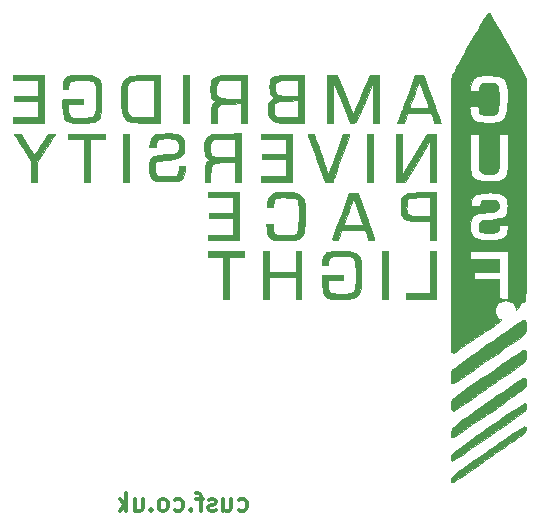
<source format=gbo>
%FSLAX46Y46*%
G04 Gerber Fmt 4.6, Leading zero omitted, Abs format (unit mm)*
G04 Created by KiCad (PCBNEW (2014-jul-16 BZR unknown)-product) date Thu 24 Jul 2014 13:20:02 BST*
%MOMM*%
G01*
G04 APERTURE LIST*
%ADD10C,0.100000*%
%ADD11C,0.300000*%
%ADD12C,1.700000*%
%ADD13C,1.016000*%
%ADD14C,1.400000*%
%ADD15C,1.500000*%
%ADD16C,1.100000*%
%ADD17C,3.300000*%
%ADD18R,2.413000X5.080000*%
%ADD19R,4.650000X5.000000*%
G04 APERTURE END LIST*
D10*
D11*
X20978572Y-57407143D02*
X21121429Y-57478571D01*
X21407143Y-57478571D01*
X21550001Y-57407143D01*
X21621429Y-57335714D01*
X21692858Y-57192857D01*
X21692858Y-56764286D01*
X21621429Y-56621429D01*
X21550001Y-56550000D01*
X21407143Y-56478571D01*
X21121429Y-56478571D01*
X20978572Y-56550000D01*
X19692858Y-56478571D02*
X19692858Y-57478571D01*
X20335715Y-56478571D02*
X20335715Y-57264286D01*
X20264287Y-57407143D01*
X20121429Y-57478571D01*
X19907144Y-57478571D01*
X19764287Y-57407143D01*
X19692858Y-57335714D01*
X19050001Y-57407143D02*
X18907144Y-57478571D01*
X18621429Y-57478571D01*
X18478572Y-57407143D01*
X18407144Y-57264286D01*
X18407144Y-57192857D01*
X18478572Y-57050000D01*
X18621429Y-56978571D01*
X18835715Y-56978571D01*
X18978572Y-56907143D01*
X19050001Y-56764286D01*
X19050001Y-56692857D01*
X18978572Y-56550000D01*
X18835715Y-56478571D01*
X18621429Y-56478571D01*
X18478572Y-56550000D01*
X17978572Y-56478571D02*
X17407143Y-56478571D01*
X17764286Y-57478571D02*
X17764286Y-56192857D01*
X17692858Y-56050000D01*
X17550000Y-55978571D01*
X17407143Y-55978571D01*
X16907143Y-57335714D02*
X16835715Y-57407143D01*
X16907143Y-57478571D01*
X16978572Y-57407143D01*
X16907143Y-57335714D01*
X16907143Y-57478571D01*
X15550000Y-57407143D02*
X15692857Y-57478571D01*
X15978571Y-57478571D01*
X16121429Y-57407143D01*
X16192857Y-57335714D01*
X16264286Y-57192857D01*
X16264286Y-56764286D01*
X16192857Y-56621429D01*
X16121429Y-56550000D01*
X15978571Y-56478571D01*
X15692857Y-56478571D01*
X15550000Y-56550000D01*
X14692857Y-57478571D02*
X14835715Y-57407143D01*
X14907143Y-57335714D01*
X14978572Y-57192857D01*
X14978572Y-56764286D01*
X14907143Y-56621429D01*
X14835715Y-56550000D01*
X14692857Y-56478571D01*
X14478572Y-56478571D01*
X14335715Y-56550000D01*
X14264286Y-56621429D01*
X14192857Y-56764286D01*
X14192857Y-57192857D01*
X14264286Y-57335714D01*
X14335715Y-57407143D01*
X14478572Y-57478571D01*
X14692857Y-57478571D01*
X13550000Y-57335714D02*
X13478572Y-57407143D01*
X13550000Y-57478571D01*
X13621429Y-57407143D01*
X13550000Y-57335714D01*
X13550000Y-57478571D01*
X12192857Y-56478571D02*
X12192857Y-57478571D01*
X12835714Y-56478571D02*
X12835714Y-57264286D01*
X12764286Y-57407143D01*
X12621428Y-57478571D01*
X12407143Y-57478571D01*
X12264286Y-57407143D01*
X12192857Y-57335714D01*
X11478571Y-57478571D02*
X11478571Y-55978571D01*
X11335714Y-56907143D02*
X10907143Y-57478571D01*
X10907143Y-56478571D02*
X11478571Y-57050000D01*
D10*
G36*
X45291600Y-50546618D02*
X45285797Y-50639916D01*
X45261919Y-50725134D01*
X45210259Y-50811684D01*
X45121113Y-50908977D01*
X44984773Y-51026426D01*
X44791533Y-51173443D01*
X44531690Y-51359439D01*
X44252283Y-51554466D01*
X44066525Y-51683452D01*
X43808897Y-51862429D01*
X43490938Y-52083375D01*
X43124189Y-52338269D01*
X42720189Y-52619091D01*
X42290479Y-52917820D01*
X41846597Y-53226434D01*
X41400084Y-53536912D01*
X41372395Y-53556167D01*
X40816928Y-53940872D01*
X40341504Y-54266741D01*
X39944233Y-54535017D01*
X39623220Y-54746939D01*
X39376574Y-54903748D01*
X39202403Y-55006683D01*
X39098813Y-55056985D01*
X39073695Y-55062800D01*
X38984882Y-55050547D01*
X38948234Y-54993754D01*
X38941600Y-54883032D01*
X38962666Y-54744156D01*
X39038115Y-54612124D01*
X39132100Y-54505333D01*
X39214590Y-54433994D01*
X39369585Y-54314146D01*
X39588850Y-54151471D01*
X39864154Y-53951650D01*
X40187264Y-53720366D01*
X40549946Y-53463299D01*
X40943968Y-53186131D01*
X41361098Y-52894544D01*
X41793101Y-52594219D01*
X42231747Y-52290838D01*
X42668801Y-51990081D01*
X43096031Y-51697631D01*
X43505204Y-51419169D01*
X43888088Y-51160377D01*
X44236450Y-50926936D01*
X44542056Y-50724528D01*
X44796675Y-50558834D01*
X44992072Y-50435535D01*
X45120017Y-50360314D01*
X45170191Y-50338400D01*
X45247867Y-50350076D01*
X45282863Y-50403820D01*
X45291548Y-50527706D01*
X45291600Y-50546618D01*
X45291600Y-50546618D01*
X45291600Y-50546618D01*
G37*
X45291600Y-50546618D02*
X45285797Y-50639916D01*
X45261919Y-50725134D01*
X45210259Y-50811684D01*
X45121113Y-50908977D01*
X44984773Y-51026426D01*
X44791533Y-51173443D01*
X44531690Y-51359439D01*
X44252283Y-51554466D01*
X44066525Y-51683452D01*
X43808897Y-51862429D01*
X43490938Y-52083375D01*
X43124189Y-52338269D01*
X42720189Y-52619091D01*
X42290479Y-52917820D01*
X41846597Y-53226434D01*
X41400084Y-53536912D01*
X41372395Y-53556167D01*
X40816928Y-53940872D01*
X40341504Y-54266741D01*
X39944233Y-54535017D01*
X39623220Y-54746939D01*
X39376574Y-54903748D01*
X39202403Y-55006683D01*
X39098813Y-55056985D01*
X39073695Y-55062800D01*
X38984882Y-55050547D01*
X38948234Y-54993754D01*
X38941600Y-54883032D01*
X38962666Y-54744156D01*
X39038115Y-54612124D01*
X39132100Y-54505333D01*
X39214590Y-54433994D01*
X39369585Y-54314146D01*
X39588850Y-54151471D01*
X39864154Y-53951650D01*
X40187264Y-53720366D01*
X40549946Y-53463299D01*
X40943968Y-53186131D01*
X41361098Y-52894544D01*
X41793101Y-52594219D01*
X42231747Y-52290838D01*
X42668801Y-51990081D01*
X43096031Y-51697631D01*
X43505204Y-51419169D01*
X43888088Y-51160377D01*
X44236450Y-50926936D01*
X44542056Y-50724528D01*
X44796675Y-50558834D01*
X44992072Y-50435535D01*
X45120017Y-50360314D01*
X45170191Y-50338400D01*
X45247867Y-50350076D01*
X45282863Y-50403820D01*
X45291548Y-50527706D01*
X45291600Y-50546618D01*
X45291600Y-50546618D01*
G36*
X45291600Y-48641618D02*
X45284316Y-48817303D01*
X45253374Y-48931507D01*
X45185142Y-49023853D01*
X45147389Y-49060718D01*
X45073520Y-49119871D01*
X44926306Y-49229356D01*
X44716034Y-49381820D01*
X44452994Y-49569907D01*
X44147473Y-49786262D01*
X43809760Y-50023531D01*
X43450144Y-50274358D01*
X43432889Y-50286348D01*
X42735519Y-50770875D01*
X42116828Y-51200675D01*
X41571992Y-51578901D01*
X41096189Y-51908707D01*
X40684595Y-52193244D01*
X40332386Y-52435666D01*
X40034741Y-52639125D01*
X39786835Y-52806775D01*
X39583846Y-52941769D01*
X39420950Y-53047258D01*
X39293325Y-53126396D01*
X39196147Y-53182337D01*
X39124592Y-53218232D01*
X39073839Y-53237234D01*
X39039064Y-53242497D01*
X39015443Y-53237173D01*
X38998153Y-53224416D01*
X38982372Y-53207377D01*
X38975466Y-53200133D01*
X38940961Y-53104999D01*
X38945163Y-52956039D01*
X38982693Y-52790966D01*
X39048176Y-52647492D01*
X39055900Y-52636006D01*
X39115988Y-52580176D01*
X39250733Y-52473768D01*
X39452011Y-52322443D01*
X39711702Y-52131858D01*
X40021682Y-51907673D01*
X40373831Y-51655548D01*
X40760025Y-51381142D01*
X41172144Y-51090113D01*
X41602065Y-50788122D01*
X42041666Y-50480828D01*
X42482825Y-50173889D01*
X42917420Y-49872965D01*
X43337330Y-49583715D01*
X43734431Y-49311799D01*
X44100603Y-49062875D01*
X44427723Y-48842604D01*
X44707670Y-48656644D01*
X44932320Y-48510654D01*
X45093553Y-48410294D01*
X45183247Y-48361223D01*
X45196705Y-48357200D01*
X45251461Y-48371213D01*
X45280199Y-48428850D01*
X45290724Y-48553504D01*
X45291600Y-48641618D01*
X45291600Y-48641618D01*
X45291600Y-48641618D01*
G37*
X45291600Y-48641618D02*
X45284316Y-48817303D01*
X45253374Y-48931507D01*
X45185142Y-49023853D01*
X45147389Y-49060718D01*
X45073520Y-49119871D01*
X44926306Y-49229356D01*
X44716034Y-49381820D01*
X44452994Y-49569907D01*
X44147473Y-49786262D01*
X43809760Y-50023531D01*
X43450144Y-50274358D01*
X43432889Y-50286348D01*
X42735519Y-50770875D01*
X42116828Y-51200675D01*
X41571992Y-51578901D01*
X41096189Y-51908707D01*
X40684595Y-52193244D01*
X40332386Y-52435666D01*
X40034741Y-52639125D01*
X39786835Y-52806775D01*
X39583846Y-52941769D01*
X39420950Y-53047258D01*
X39293325Y-53126396D01*
X39196147Y-53182337D01*
X39124592Y-53218232D01*
X39073839Y-53237234D01*
X39039064Y-53242497D01*
X39015443Y-53237173D01*
X38998153Y-53224416D01*
X38982372Y-53207377D01*
X38975466Y-53200133D01*
X38940961Y-53104999D01*
X38945163Y-52956039D01*
X38982693Y-52790966D01*
X39048176Y-52647492D01*
X39055900Y-52636006D01*
X39115988Y-52580176D01*
X39250733Y-52473768D01*
X39452011Y-52322443D01*
X39711702Y-52131858D01*
X40021682Y-51907673D01*
X40373831Y-51655548D01*
X40760025Y-51381142D01*
X41172144Y-51090113D01*
X41602065Y-50788122D01*
X42041666Y-50480828D01*
X42482825Y-50173889D01*
X42917420Y-49872965D01*
X43337330Y-49583715D01*
X43734431Y-49311799D01*
X44100603Y-49062875D01*
X44427723Y-48842604D01*
X44707670Y-48656644D01*
X44932320Y-48510654D01*
X45093553Y-48410294D01*
X45183247Y-48361223D01*
X45196705Y-48357200D01*
X45251461Y-48371213D01*
X45280199Y-48428850D01*
X45290724Y-48553504D01*
X45291600Y-48641618D01*
X45291600Y-48641618D01*
G36*
X45291600Y-46621002D02*
X45287925Y-46809349D01*
X45269410Y-46930216D01*
X45224815Y-47017663D01*
X45142901Y-47105745D01*
X45126500Y-47121306D01*
X45044159Y-47188466D01*
X44889283Y-47304482D01*
X44670157Y-47463647D01*
X44395065Y-47660254D01*
X44072291Y-47888597D01*
X43710120Y-48142968D01*
X43316836Y-48417662D01*
X42900723Y-48706970D01*
X42470067Y-49005186D01*
X42033151Y-49306603D01*
X41598260Y-49605515D01*
X41173678Y-49896214D01*
X40767690Y-50172993D01*
X40388580Y-50430147D01*
X40044632Y-50661967D01*
X39744132Y-50862746D01*
X39495363Y-51026779D01*
X39306609Y-51148358D01*
X39186156Y-51221777D01*
X39144695Y-51241979D01*
X39033889Y-51242800D01*
X38979410Y-51222877D01*
X38946418Y-51131945D01*
X38941800Y-50977885D01*
X38962471Y-50794175D01*
X39005343Y-50614293D01*
X39044887Y-50512713D01*
X39071541Y-50466064D01*
X39111454Y-50414167D01*
X39170662Y-50352541D01*
X39255196Y-50276704D01*
X39371093Y-50182175D01*
X39524384Y-50064472D01*
X39721105Y-49919115D01*
X39967289Y-49741622D01*
X40268971Y-49527512D01*
X40632184Y-49272304D01*
X41062961Y-48971516D01*
X41567338Y-48620666D01*
X41953187Y-48352766D01*
X42433191Y-48019604D01*
X42891259Y-47701564D01*
X43320128Y-47403693D01*
X43712533Y-47131043D01*
X44061213Y-46888662D01*
X44358902Y-46681600D01*
X44598340Y-46514907D01*
X44772261Y-46393632D01*
X44873402Y-46322826D01*
X44893814Y-46308358D01*
X45054572Y-46237321D01*
X45160514Y-46243435D01*
X45230021Y-46267352D01*
X45269290Y-46311687D01*
X45286915Y-46401188D01*
X45291488Y-46560603D01*
X45291600Y-46621002D01*
X45291600Y-46621002D01*
X45291600Y-46621002D01*
G37*
X45291600Y-46621002D02*
X45287925Y-46809349D01*
X45269410Y-46930216D01*
X45224815Y-47017663D01*
X45142901Y-47105745D01*
X45126500Y-47121306D01*
X45044159Y-47188466D01*
X44889283Y-47304482D01*
X44670157Y-47463647D01*
X44395065Y-47660254D01*
X44072291Y-47888597D01*
X43710120Y-48142968D01*
X43316836Y-48417662D01*
X42900723Y-48706970D01*
X42470067Y-49005186D01*
X42033151Y-49306603D01*
X41598260Y-49605515D01*
X41173678Y-49896214D01*
X40767690Y-50172993D01*
X40388580Y-50430147D01*
X40044632Y-50661967D01*
X39744132Y-50862746D01*
X39495363Y-51026779D01*
X39306609Y-51148358D01*
X39186156Y-51221777D01*
X39144695Y-51241979D01*
X39033889Y-51242800D01*
X38979410Y-51222877D01*
X38946418Y-51131945D01*
X38941800Y-50977885D01*
X38962471Y-50794175D01*
X39005343Y-50614293D01*
X39044887Y-50512713D01*
X39071541Y-50466064D01*
X39111454Y-50414167D01*
X39170662Y-50352541D01*
X39255196Y-50276704D01*
X39371093Y-50182175D01*
X39524384Y-50064472D01*
X39721105Y-49919115D01*
X39967289Y-49741622D01*
X40268971Y-49527512D01*
X40632184Y-49272304D01*
X41062961Y-48971516D01*
X41567338Y-48620666D01*
X41953187Y-48352766D01*
X42433191Y-48019604D01*
X42891259Y-47701564D01*
X43320128Y-47403693D01*
X43712533Y-47131043D01*
X44061213Y-46888662D01*
X44358902Y-46681600D01*
X44598340Y-46514907D01*
X44772261Y-46393632D01*
X44873402Y-46322826D01*
X44893814Y-46308358D01*
X45054572Y-46237321D01*
X45160514Y-46243435D01*
X45230021Y-46267352D01*
X45269290Y-46311687D01*
X45286915Y-46401188D01*
X45291488Y-46560603D01*
X45291600Y-46621002D01*
X45291600Y-46621002D01*
G36*
X45291600Y-44292351D02*
X45289235Y-44498770D01*
X45276428Y-44633760D01*
X45244612Y-44727473D01*
X45185218Y-44810063D01*
X45126500Y-44873386D01*
X45055777Y-44932789D01*
X44911360Y-45042230D01*
X44701548Y-45195950D01*
X44434639Y-45388192D01*
X44118933Y-45613196D01*
X43762727Y-45865206D01*
X43374321Y-46138463D01*
X42962014Y-46427210D01*
X42534103Y-46725687D01*
X42098889Y-47028138D01*
X41664669Y-47328804D01*
X41239743Y-47621927D01*
X40832409Y-47901749D01*
X40450966Y-48162512D01*
X40103712Y-48398458D01*
X39798946Y-48603829D01*
X39544968Y-48772867D01*
X39350076Y-48899813D01*
X39222568Y-48978911D01*
X39172762Y-49004350D01*
X39058318Y-48992214D01*
X39005100Y-48959808D01*
X38965758Y-48865951D01*
X38945557Y-48705633D01*
X38944043Y-48512087D01*
X38960761Y-48318544D01*
X38995256Y-48158238D01*
X39016791Y-48105150D01*
X39069200Y-48048031D01*
X39192001Y-47944715D01*
X39387018Y-47793874D01*
X39656076Y-47594185D01*
X40000999Y-47344323D01*
X40423610Y-47042963D01*
X40925734Y-46688780D01*
X41509194Y-46280449D01*
X41984799Y-45949311D01*
X42471596Y-45611432D01*
X42936306Y-45289719D01*
X43371835Y-44989030D01*
X43771089Y-44714226D01*
X44126972Y-44470164D01*
X44432390Y-44261703D01*
X44680248Y-44093703D01*
X44863452Y-43971023D01*
X44974908Y-43898520D01*
X45005168Y-43880760D01*
X45131339Y-43837834D01*
X45215181Y-43853226D01*
X45264547Y-43938220D01*
X45287289Y-44104103D01*
X45291600Y-44292351D01*
X45291600Y-44292351D01*
X45291600Y-44292351D01*
G37*
X45291600Y-44292351D02*
X45289235Y-44498770D01*
X45276428Y-44633760D01*
X45244612Y-44727473D01*
X45185218Y-44810063D01*
X45126500Y-44873386D01*
X45055777Y-44932789D01*
X44911360Y-45042230D01*
X44701548Y-45195950D01*
X44434639Y-45388192D01*
X44118933Y-45613196D01*
X43762727Y-45865206D01*
X43374321Y-46138463D01*
X42962014Y-46427210D01*
X42534103Y-46725687D01*
X42098889Y-47028138D01*
X41664669Y-47328804D01*
X41239743Y-47621927D01*
X40832409Y-47901749D01*
X40450966Y-48162512D01*
X40103712Y-48398458D01*
X39798946Y-48603829D01*
X39544968Y-48772867D01*
X39350076Y-48899813D01*
X39222568Y-48978911D01*
X39172762Y-49004350D01*
X39058318Y-48992214D01*
X39005100Y-48959808D01*
X38965758Y-48865951D01*
X38945557Y-48705633D01*
X38944043Y-48512087D01*
X38960761Y-48318544D01*
X38995256Y-48158238D01*
X39016791Y-48105150D01*
X39069200Y-48048031D01*
X39192001Y-47944715D01*
X39387018Y-47793874D01*
X39656076Y-47594185D01*
X40000999Y-47344323D01*
X40423610Y-47042963D01*
X40925734Y-46688780D01*
X41509194Y-46280449D01*
X41984799Y-45949311D01*
X42471596Y-45611432D01*
X42936306Y-45289719D01*
X43371835Y-44989030D01*
X43771089Y-44714226D01*
X44126972Y-44470164D01*
X44432390Y-44261703D01*
X44680248Y-44093703D01*
X44863452Y-43971023D01*
X44974908Y-43898520D01*
X45005168Y-43880760D01*
X45131339Y-43837834D01*
X45215181Y-43853226D01*
X45264547Y-43938220D01*
X45287289Y-44104103D01*
X45291600Y-44292351D01*
X45291600Y-44292351D01*
G36*
X45291600Y-41873523D02*
X45290032Y-42096868D01*
X45280786Y-42245665D01*
X45257050Y-42346962D01*
X45212009Y-42427808D01*
X45138852Y-42515250D01*
X45126500Y-42528980D01*
X45061640Y-42589580D01*
X44945037Y-42684080D01*
X44773620Y-42814656D01*
X44544318Y-42983484D01*
X44254060Y-43192741D01*
X43899777Y-43444602D01*
X43478398Y-43741244D01*
X42986852Y-44084842D01*
X42422068Y-44477572D01*
X41780977Y-44921611D01*
X41060508Y-45419135D01*
X40618000Y-45724146D01*
X40228503Y-45992386D01*
X39913957Y-46208312D01*
X39665589Y-46377168D01*
X39474626Y-46504199D01*
X39332296Y-46594649D01*
X39229825Y-46653764D01*
X39158442Y-46686786D01*
X39109373Y-46698962D01*
X39073845Y-46695534D01*
X39043087Y-46681749D01*
X39029188Y-46673968D01*
X38987043Y-46634596D01*
X38960680Y-46560269D01*
X38946727Y-46430778D01*
X38941814Y-46225918D01*
X38941600Y-46148773D01*
X38943928Y-45920245D01*
X38954520Y-45767018D01*
X38978780Y-45662833D01*
X39022118Y-45581431D01*
X39071416Y-45518317D01*
X39129953Y-45468858D01*
X39263633Y-45367614D01*
X39464138Y-45220413D01*
X39723151Y-45033087D01*
X40032356Y-44811465D01*
X40383436Y-44561376D01*
X40768073Y-44288652D01*
X41177951Y-43999122D01*
X41604753Y-43698616D01*
X42040162Y-43392965D01*
X42475860Y-43087997D01*
X42903532Y-42789544D01*
X43314860Y-42503435D01*
X43701527Y-42235500D01*
X44055216Y-41991569D01*
X44367610Y-41777472D01*
X44630393Y-41599040D01*
X44835248Y-41462102D01*
X44973856Y-41372488D01*
X45037600Y-41336132D01*
X45144841Y-41335456D01*
X45202700Y-41355451D01*
X45245448Y-41392310D01*
X45272147Y-41463000D01*
X45286280Y-41587823D01*
X45291332Y-41787082D01*
X45291600Y-41873523D01*
X45291600Y-41873523D01*
X45291600Y-41873523D01*
G37*
X45291600Y-41873523D02*
X45290032Y-42096868D01*
X45280786Y-42245665D01*
X45257050Y-42346962D01*
X45212009Y-42427808D01*
X45138852Y-42515250D01*
X45126500Y-42528980D01*
X45061640Y-42589580D01*
X44945037Y-42684080D01*
X44773620Y-42814656D01*
X44544318Y-42983484D01*
X44254060Y-43192741D01*
X43899777Y-43444602D01*
X43478398Y-43741244D01*
X42986852Y-44084842D01*
X42422068Y-44477572D01*
X41780977Y-44921611D01*
X41060508Y-45419135D01*
X40618000Y-45724146D01*
X40228503Y-45992386D01*
X39913957Y-46208312D01*
X39665589Y-46377168D01*
X39474626Y-46504199D01*
X39332296Y-46594649D01*
X39229825Y-46653764D01*
X39158442Y-46686786D01*
X39109373Y-46698962D01*
X39073845Y-46695534D01*
X39043087Y-46681749D01*
X39029188Y-46673968D01*
X38987043Y-46634596D01*
X38960680Y-46560269D01*
X38946727Y-46430778D01*
X38941814Y-46225918D01*
X38941600Y-46148773D01*
X38943928Y-45920245D01*
X38954520Y-45767018D01*
X38978780Y-45662833D01*
X39022118Y-45581431D01*
X39071416Y-45518317D01*
X39129953Y-45468858D01*
X39263633Y-45367614D01*
X39464138Y-45220413D01*
X39723151Y-45033087D01*
X40032356Y-44811465D01*
X40383436Y-44561376D01*
X40768073Y-44288652D01*
X41177951Y-43999122D01*
X41604753Y-43698616D01*
X42040162Y-43392965D01*
X42475860Y-43087997D01*
X42903532Y-42789544D01*
X43314860Y-42503435D01*
X43701527Y-42235500D01*
X44055216Y-41991569D01*
X44367610Y-41777472D01*
X44630393Y-41599040D01*
X44835248Y-41462102D01*
X44973856Y-41372488D01*
X45037600Y-41336132D01*
X45144841Y-41335456D01*
X45202700Y-41355451D01*
X45245448Y-41392310D01*
X45272147Y-41463000D01*
X45286280Y-41587823D01*
X45291332Y-41787082D01*
X45291600Y-41873523D01*
X45291600Y-41873523D01*
G36*
X45291600Y-30279022D02*
X45291429Y-31511065D01*
X45290906Y-32644499D01*
X45290012Y-33682313D01*
X45288729Y-34627499D01*
X45287037Y-35483046D01*
X45284920Y-36251945D01*
X45282359Y-36937186D01*
X45279335Y-37541760D01*
X45275830Y-38068655D01*
X45271825Y-38520864D01*
X45267304Y-38901375D01*
X45262246Y-39213179D01*
X45256635Y-39459267D01*
X45250451Y-39642628D01*
X45243676Y-39766253D01*
X45236292Y-39833132D01*
X45233046Y-39844929D01*
X45182350Y-39894864D01*
X45056103Y-39996094D01*
X44862470Y-40142913D01*
X44609614Y-40329618D01*
X44305700Y-40550503D01*
X43958892Y-40799863D01*
X43782335Y-40925791D01*
X43782335Y-33269600D01*
X43767600Y-33269600D01*
X43767600Y-27138979D01*
X43767600Y-25598800D01*
X43767456Y-25598800D01*
X43767456Y-22370973D01*
X43753821Y-21918996D01*
X43710134Y-21554602D01*
X43632575Y-21267216D01*
X43517323Y-21046265D01*
X43360556Y-20881175D01*
X43191324Y-20776636D01*
X42978047Y-20703816D01*
X42696396Y-20650865D01*
X42371634Y-20618181D01*
X42029024Y-20606166D01*
X41693827Y-20615221D01*
X41391307Y-20645745D01*
X41146725Y-20698141D01*
X41034023Y-20742423D01*
X40890595Y-20840883D01*
X40778652Y-20951646D01*
X40696223Y-21105240D01*
X40627072Y-21322759D01*
X40580970Y-21566588D01*
X40567200Y-21765900D01*
X40567200Y-21941200D01*
X40948200Y-21941200D01*
X41329200Y-21941200D01*
X41329200Y-21740832D01*
X41370906Y-21523179D01*
X41443500Y-21409291D01*
X41514998Y-21341120D01*
X41602625Y-21297548D01*
X41733848Y-21270072D01*
X41936135Y-21250186D01*
X41964200Y-21248076D01*
X42329855Y-21242157D01*
X42609057Y-21285440D01*
X42804617Y-21378601D01*
X42891435Y-21471060D01*
X42923009Y-21531276D01*
X42946233Y-21611687D01*
X42962329Y-21727481D01*
X42972520Y-21893846D01*
X42978027Y-22125971D01*
X42980074Y-22439044D01*
X42980200Y-22573965D01*
X42977957Y-22990762D01*
X42966389Y-23316779D01*
X42938235Y-23562818D01*
X42886236Y-23739678D01*
X42803131Y-23858159D01*
X42681660Y-23929061D01*
X42514563Y-23963185D01*
X42294579Y-23971331D01*
X42044858Y-23965358D01*
X41763005Y-23948698D01*
X41565680Y-23914090D01*
X41436046Y-23850523D01*
X41357269Y-23746986D01*
X41312513Y-23592469D01*
X41295525Y-23475290D01*
X41264248Y-23211200D01*
X40890324Y-23211200D01*
X40711578Y-23211933D01*
X40596253Y-23225755D01*
X40534351Y-23270099D01*
X40515874Y-23362395D01*
X40530826Y-23520077D01*
X40569209Y-23760577D01*
X40570544Y-23768793D01*
X40625794Y-24022342D01*
X40707321Y-24222564D01*
X40826072Y-24375011D01*
X40992996Y-24485234D01*
X41219041Y-24558785D01*
X41515155Y-24601215D01*
X41892288Y-24618077D01*
X42243600Y-24617148D01*
X42530067Y-24610916D01*
X42737935Y-24600495D01*
X42890203Y-24582536D01*
X43009867Y-24553689D01*
X43119925Y-24510605D01*
X43183400Y-24480270D01*
X43363540Y-24371544D01*
X43483263Y-24241596D01*
X43548401Y-24125600D01*
X43627989Y-23897492D01*
X43691092Y-23580850D01*
X43736219Y-23187627D01*
X43761877Y-22729778D01*
X43767456Y-22370973D01*
X43767456Y-25598800D01*
X43386600Y-25598800D01*
X43005600Y-25598800D01*
X43005600Y-27095009D01*
X43003615Y-27611822D01*
X42997625Y-28028730D01*
X42987570Y-28347352D01*
X42973393Y-28569309D01*
X42955037Y-28696217D01*
X42947797Y-28718081D01*
X42867339Y-28823157D01*
X42729516Y-28894410D01*
X42521114Y-28935793D01*
X42228919Y-28951262D01*
X42167400Y-28951600D01*
X41858977Y-28940311D01*
X41636690Y-28903808D01*
X41487324Y-28838136D01*
X41397663Y-28739342D01*
X41387002Y-28718081D01*
X41367204Y-28623272D01*
X41351606Y-28433969D01*
X41340149Y-28148553D01*
X41332777Y-27765404D01*
X41329430Y-27282904D01*
X41329200Y-27095009D01*
X41329200Y-25598800D01*
X40945014Y-25598800D01*
X40560828Y-25598800D01*
X40578102Y-27237100D01*
X40583584Y-27700069D01*
X40589664Y-28072743D01*
X40596985Y-28366424D01*
X40606189Y-28592417D01*
X40617918Y-28762025D01*
X40632815Y-28886552D01*
X40651523Y-28977302D01*
X40674683Y-29045579D01*
X40681801Y-29061666D01*
X40808452Y-29252064D01*
X40997350Y-29398290D01*
X41261043Y-29507591D01*
X41583200Y-29582242D01*
X41719320Y-29593552D01*
X41926637Y-29596132D01*
X42178033Y-29591217D01*
X42446388Y-29580038D01*
X42704584Y-29563829D01*
X42925502Y-29543822D01*
X43082023Y-29521251D01*
X43118322Y-29512456D01*
X43382944Y-29386027D01*
X43575895Y-29187600D01*
X43690564Y-28938567D01*
X43713751Y-28840519D01*
X43732047Y-28712371D01*
X43745949Y-28542490D01*
X43755955Y-28319245D01*
X43762564Y-28031006D01*
X43766273Y-27666139D01*
X43767580Y-27213015D01*
X43767600Y-27138979D01*
X43767600Y-33269600D01*
X43421117Y-33269600D01*
X43059899Y-33269600D01*
X43025752Y-33527013D01*
X42983374Y-33717911D01*
X42913208Y-33829643D01*
X42884302Y-33851504D01*
X42746264Y-33903294D01*
X42536850Y-33941191D01*
X42285673Y-33962415D01*
X42022347Y-33964184D01*
X41829801Y-33950523D01*
X41597368Y-33910548D01*
X41448656Y-33841372D01*
X41366303Y-33724060D01*
X41332949Y-33539674D01*
X41329200Y-33404473D01*
X41333710Y-33231599D01*
X41356400Y-33103534D01*
X41411008Y-33011684D01*
X41511272Y-32947451D01*
X41670931Y-32902241D01*
X41903724Y-32867456D01*
X42223388Y-32834501D01*
X42243141Y-32832630D01*
X42674782Y-32786332D01*
X43015386Y-32732995D01*
X43275514Y-32664591D01*
X43465723Y-32573090D01*
X43596573Y-32450465D01*
X43678623Y-32288688D01*
X43722432Y-32079729D01*
X43738558Y-31815560D01*
X43739624Y-31694800D01*
X43722953Y-31342493D01*
X43666719Y-31073889D01*
X43561178Y-30875562D01*
X43396584Y-30734089D01*
X43163192Y-30636044D01*
X42931745Y-30581932D01*
X42610632Y-30540977D01*
X42257303Y-30526553D01*
X41897431Y-30536920D01*
X41556692Y-30570337D01*
X41260758Y-30625064D01*
X41035305Y-30699359D01*
X41008732Y-30712301D01*
X40870334Y-30834080D01*
X40759123Y-31027406D01*
X40688402Y-31263179D01*
X40669915Y-31453500D01*
X40668800Y-31694800D01*
X41023432Y-31694800D01*
X41209462Y-31692810D01*
X41318023Y-31681000D01*
X41373242Y-31650603D01*
X41399242Y-31592854D01*
X41407947Y-31555100D01*
X41453977Y-31385099D01*
X41518306Y-31265310D01*
X41617050Y-31188517D01*
X41766323Y-31147502D01*
X41982238Y-31135048D01*
X42280910Y-31143936D01*
X42321338Y-31146003D01*
X42568753Y-31166219D01*
X42733568Y-31198540D01*
X42834456Y-31246916D01*
X42846722Y-31257138D01*
X42933913Y-31387288D01*
X42978794Y-31561327D01*
X42983298Y-31750538D01*
X42949356Y-31926203D01*
X42878902Y-32059607D01*
X42788719Y-32119119D01*
X42693494Y-32135155D01*
X42522539Y-32156735D01*
X42301363Y-32180856D01*
X42090729Y-32201314D01*
X41675388Y-32244425D01*
X41349481Y-32292336D01*
X41100844Y-32350569D01*
X40917313Y-32424645D01*
X40786724Y-32520086D01*
X40696912Y-32642413D01*
X40635716Y-32797147D01*
X40616219Y-32870623D01*
X40581272Y-33115152D01*
X40576381Y-33400413D01*
X40599011Y-33689433D01*
X40646628Y-33945239D01*
X40700506Y-34100078D01*
X40832129Y-34280883D01*
X41035396Y-34413563D01*
X41318786Y-34502365D01*
X41582239Y-34542040D01*
X41850491Y-34559182D01*
X42159319Y-34562639D01*
X42477821Y-34553632D01*
X42775095Y-34533381D01*
X43020243Y-34503106D01*
X43128007Y-34481013D01*
X43370930Y-34393274D01*
X43544355Y-34264948D01*
X43659744Y-34080267D01*
X43728561Y-33823458D01*
X43752843Y-33621389D01*
X43782335Y-33269600D01*
X43782335Y-40925791D01*
X43767600Y-40936301D01*
X43767600Y-39518000D01*
X43767600Y-37511400D01*
X43767600Y-35504800D01*
X42167400Y-35504800D01*
X40567200Y-35504800D01*
X40567200Y-35835000D01*
X40567200Y-36165200D01*
X41786400Y-36165200D01*
X43005600Y-36165200D01*
X43005600Y-36698600D01*
X43005600Y-37232000D01*
X41938800Y-37232000D01*
X40872000Y-37232000D01*
X40872000Y-37536800D01*
X40872000Y-37841600D01*
X41938800Y-37841600D01*
X43005600Y-37841600D01*
X43005600Y-38645933D01*
X43007637Y-38922089D01*
X43013263Y-39161709D01*
X43021747Y-39346730D01*
X43032359Y-39459089D01*
X43039466Y-39484133D01*
X43103936Y-39501169D01*
X43240481Y-39513332D01*
X43419602Y-39517999D01*
X43420466Y-39518000D01*
X43767600Y-39518000D01*
X43767600Y-40936301D01*
X43577354Y-41071994D01*
X43169250Y-41361190D01*
X42742745Y-41661746D01*
X42306002Y-41967957D01*
X41867186Y-42274119D01*
X41434461Y-42574527D01*
X41015990Y-42863476D01*
X40619939Y-43135260D01*
X40254471Y-43384175D01*
X39927750Y-43604516D01*
X39647940Y-43790577D01*
X39423206Y-43936655D01*
X39261712Y-44037044D01*
X39171622Y-44086039D01*
X39158065Y-44090000D01*
X39044636Y-44058909D01*
X39002560Y-44029039D01*
X38995476Y-44000087D01*
X38988916Y-43925866D01*
X38982863Y-43803282D01*
X38977299Y-43629242D01*
X38972210Y-43400651D01*
X38967579Y-43114416D01*
X38963389Y-42767442D01*
X38959624Y-42356635D01*
X38956267Y-41878901D01*
X38953304Y-41331146D01*
X38950716Y-40710276D01*
X38948489Y-40013197D01*
X38946605Y-39236815D01*
X38945048Y-38378035D01*
X38943802Y-37433764D01*
X38942852Y-36400907D01*
X38942179Y-35276371D01*
X38941769Y-34057061D01*
X38941604Y-32739883D01*
X38941600Y-32455860D01*
X38941658Y-31166502D01*
X38941849Y-29974879D01*
X38942199Y-28877128D01*
X38942732Y-27869385D01*
X38943475Y-26947785D01*
X38944451Y-26108464D01*
X38945686Y-25347557D01*
X38947206Y-24661202D01*
X38949036Y-24045533D01*
X38951200Y-23496687D01*
X38953725Y-23010799D01*
X38956635Y-22584004D01*
X38959955Y-22212440D01*
X38963711Y-21892242D01*
X38967928Y-21619545D01*
X38972631Y-21390485D01*
X38977845Y-21201199D01*
X38983595Y-21047822D01*
X38989908Y-20926489D01*
X38996807Y-20833337D01*
X39004319Y-20764502D01*
X39012467Y-20716119D01*
X39018327Y-20693120D01*
X39057412Y-20603058D01*
X39140868Y-20437723D01*
X39263233Y-20206692D01*
X39419045Y-19919539D01*
X39602843Y-19585838D01*
X39809165Y-19215165D01*
X40032548Y-18817096D01*
X40267531Y-18401203D01*
X40508652Y-17977064D01*
X40750450Y-17554253D01*
X40987462Y-17142344D01*
X41214227Y-16750913D01*
X41425282Y-16389535D01*
X41615167Y-16067784D01*
X41778419Y-15795236D01*
X41909577Y-15581466D01*
X42003178Y-15436048D01*
X42053761Y-15368558D01*
X42057139Y-15365848D01*
X42171658Y-15341341D01*
X42223681Y-15363842D01*
X42262820Y-15416454D01*
X42345601Y-15548275D01*
X42466525Y-15749592D01*
X42620094Y-16010689D01*
X42800807Y-16321850D01*
X43003168Y-16673360D01*
X43221676Y-17055505D01*
X43450833Y-17458569D01*
X43685141Y-17872836D01*
X43919099Y-18288592D01*
X44147210Y-18696121D01*
X44363975Y-19085708D01*
X44563894Y-19447638D01*
X44741469Y-19772196D01*
X44891202Y-20049666D01*
X45007592Y-20270333D01*
X45067427Y-20388112D01*
X45291600Y-20841625D01*
X45291600Y-30279022D01*
X45291600Y-30279022D01*
X45291600Y-30279022D01*
G37*
X45291600Y-30279022D02*
X45291429Y-31511065D01*
X45290906Y-32644499D01*
X45290012Y-33682313D01*
X45288729Y-34627499D01*
X45287037Y-35483046D01*
X45284920Y-36251945D01*
X45282359Y-36937186D01*
X45279335Y-37541760D01*
X45275830Y-38068655D01*
X45271825Y-38520864D01*
X45267304Y-38901375D01*
X45262246Y-39213179D01*
X45256635Y-39459267D01*
X45250451Y-39642628D01*
X45243676Y-39766253D01*
X45236292Y-39833132D01*
X45233046Y-39844929D01*
X45182350Y-39894864D01*
X45056103Y-39996094D01*
X44862470Y-40142913D01*
X44609614Y-40329618D01*
X44305700Y-40550503D01*
X43958892Y-40799863D01*
X43782335Y-40925791D01*
X43782335Y-33269600D01*
X43767600Y-33269600D01*
X43767600Y-27138979D01*
X43767600Y-25598800D01*
X43767456Y-25598800D01*
X43767456Y-22370973D01*
X43753821Y-21918996D01*
X43710134Y-21554602D01*
X43632575Y-21267216D01*
X43517323Y-21046265D01*
X43360556Y-20881175D01*
X43191324Y-20776636D01*
X42978047Y-20703816D01*
X42696396Y-20650865D01*
X42371634Y-20618181D01*
X42029024Y-20606166D01*
X41693827Y-20615221D01*
X41391307Y-20645745D01*
X41146725Y-20698141D01*
X41034023Y-20742423D01*
X40890595Y-20840883D01*
X40778652Y-20951646D01*
X40696223Y-21105240D01*
X40627072Y-21322759D01*
X40580970Y-21566588D01*
X40567200Y-21765900D01*
X40567200Y-21941200D01*
X40948200Y-21941200D01*
X41329200Y-21941200D01*
X41329200Y-21740832D01*
X41370906Y-21523179D01*
X41443500Y-21409291D01*
X41514998Y-21341120D01*
X41602625Y-21297548D01*
X41733848Y-21270072D01*
X41936135Y-21250186D01*
X41964200Y-21248076D01*
X42329855Y-21242157D01*
X42609057Y-21285440D01*
X42804617Y-21378601D01*
X42891435Y-21471060D01*
X42923009Y-21531276D01*
X42946233Y-21611687D01*
X42962329Y-21727481D01*
X42972520Y-21893846D01*
X42978027Y-22125971D01*
X42980074Y-22439044D01*
X42980200Y-22573965D01*
X42977957Y-22990762D01*
X42966389Y-23316779D01*
X42938235Y-23562818D01*
X42886236Y-23739678D01*
X42803131Y-23858159D01*
X42681660Y-23929061D01*
X42514563Y-23963185D01*
X42294579Y-23971331D01*
X42044858Y-23965358D01*
X41763005Y-23948698D01*
X41565680Y-23914090D01*
X41436046Y-23850523D01*
X41357269Y-23746986D01*
X41312513Y-23592469D01*
X41295525Y-23475290D01*
X41264248Y-23211200D01*
X40890324Y-23211200D01*
X40711578Y-23211933D01*
X40596253Y-23225755D01*
X40534351Y-23270099D01*
X40515874Y-23362395D01*
X40530826Y-23520077D01*
X40569209Y-23760577D01*
X40570544Y-23768793D01*
X40625794Y-24022342D01*
X40707321Y-24222564D01*
X40826072Y-24375011D01*
X40992996Y-24485234D01*
X41219041Y-24558785D01*
X41515155Y-24601215D01*
X41892288Y-24618077D01*
X42243600Y-24617148D01*
X42530067Y-24610916D01*
X42737935Y-24600495D01*
X42890203Y-24582536D01*
X43009867Y-24553689D01*
X43119925Y-24510605D01*
X43183400Y-24480270D01*
X43363540Y-24371544D01*
X43483263Y-24241596D01*
X43548401Y-24125600D01*
X43627989Y-23897492D01*
X43691092Y-23580850D01*
X43736219Y-23187627D01*
X43761877Y-22729778D01*
X43767456Y-22370973D01*
X43767456Y-25598800D01*
X43386600Y-25598800D01*
X43005600Y-25598800D01*
X43005600Y-27095009D01*
X43003615Y-27611822D01*
X42997625Y-28028730D01*
X42987570Y-28347352D01*
X42973393Y-28569309D01*
X42955037Y-28696217D01*
X42947797Y-28718081D01*
X42867339Y-28823157D01*
X42729516Y-28894410D01*
X42521114Y-28935793D01*
X42228919Y-28951262D01*
X42167400Y-28951600D01*
X41858977Y-28940311D01*
X41636690Y-28903808D01*
X41487324Y-28838136D01*
X41397663Y-28739342D01*
X41387002Y-28718081D01*
X41367204Y-28623272D01*
X41351606Y-28433969D01*
X41340149Y-28148553D01*
X41332777Y-27765404D01*
X41329430Y-27282904D01*
X41329200Y-27095009D01*
X41329200Y-25598800D01*
X40945014Y-25598800D01*
X40560828Y-25598800D01*
X40578102Y-27237100D01*
X40583584Y-27700069D01*
X40589664Y-28072743D01*
X40596985Y-28366424D01*
X40606189Y-28592417D01*
X40617918Y-28762025D01*
X40632815Y-28886552D01*
X40651523Y-28977302D01*
X40674683Y-29045579D01*
X40681801Y-29061666D01*
X40808452Y-29252064D01*
X40997350Y-29398290D01*
X41261043Y-29507591D01*
X41583200Y-29582242D01*
X41719320Y-29593552D01*
X41926637Y-29596132D01*
X42178033Y-29591217D01*
X42446388Y-29580038D01*
X42704584Y-29563829D01*
X42925502Y-29543822D01*
X43082023Y-29521251D01*
X43118322Y-29512456D01*
X43382944Y-29386027D01*
X43575895Y-29187600D01*
X43690564Y-28938567D01*
X43713751Y-28840519D01*
X43732047Y-28712371D01*
X43745949Y-28542490D01*
X43755955Y-28319245D01*
X43762564Y-28031006D01*
X43766273Y-27666139D01*
X43767580Y-27213015D01*
X43767600Y-27138979D01*
X43767600Y-33269600D01*
X43421117Y-33269600D01*
X43059899Y-33269600D01*
X43025752Y-33527013D01*
X42983374Y-33717911D01*
X42913208Y-33829643D01*
X42884302Y-33851504D01*
X42746264Y-33903294D01*
X42536850Y-33941191D01*
X42285673Y-33962415D01*
X42022347Y-33964184D01*
X41829801Y-33950523D01*
X41597368Y-33910548D01*
X41448656Y-33841372D01*
X41366303Y-33724060D01*
X41332949Y-33539674D01*
X41329200Y-33404473D01*
X41333710Y-33231599D01*
X41356400Y-33103534D01*
X41411008Y-33011684D01*
X41511272Y-32947451D01*
X41670931Y-32902241D01*
X41903724Y-32867456D01*
X42223388Y-32834501D01*
X42243141Y-32832630D01*
X42674782Y-32786332D01*
X43015386Y-32732995D01*
X43275514Y-32664591D01*
X43465723Y-32573090D01*
X43596573Y-32450465D01*
X43678623Y-32288688D01*
X43722432Y-32079729D01*
X43738558Y-31815560D01*
X43739624Y-31694800D01*
X43722953Y-31342493D01*
X43666719Y-31073889D01*
X43561178Y-30875562D01*
X43396584Y-30734089D01*
X43163192Y-30636044D01*
X42931745Y-30581932D01*
X42610632Y-30540977D01*
X42257303Y-30526553D01*
X41897431Y-30536920D01*
X41556692Y-30570337D01*
X41260758Y-30625064D01*
X41035305Y-30699359D01*
X41008732Y-30712301D01*
X40870334Y-30834080D01*
X40759123Y-31027406D01*
X40688402Y-31263179D01*
X40669915Y-31453500D01*
X40668800Y-31694800D01*
X41023432Y-31694800D01*
X41209462Y-31692810D01*
X41318023Y-31681000D01*
X41373242Y-31650603D01*
X41399242Y-31592854D01*
X41407947Y-31555100D01*
X41453977Y-31385099D01*
X41518306Y-31265310D01*
X41617050Y-31188517D01*
X41766323Y-31147502D01*
X41982238Y-31135048D01*
X42280910Y-31143936D01*
X42321338Y-31146003D01*
X42568753Y-31166219D01*
X42733568Y-31198540D01*
X42834456Y-31246916D01*
X42846722Y-31257138D01*
X42933913Y-31387288D01*
X42978794Y-31561327D01*
X42983298Y-31750538D01*
X42949356Y-31926203D01*
X42878902Y-32059607D01*
X42788719Y-32119119D01*
X42693494Y-32135155D01*
X42522539Y-32156735D01*
X42301363Y-32180856D01*
X42090729Y-32201314D01*
X41675388Y-32244425D01*
X41349481Y-32292336D01*
X41100844Y-32350569D01*
X40917313Y-32424645D01*
X40786724Y-32520086D01*
X40696912Y-32642413D01*
X40635716Y-32797147D01*
X40616219Y-32870623D01*
X40581272Y-33115152D01*
X40576381Y-33400413D01*
X40599011Y-33689433D01*
X40646628Y-33945239D01*
X40700506Y-34100078D01*
X40832129Y-34280883D01*
X41035396Y-34413563D01*
X41318786Y-34502365D01*
X41582239Y-34542040D01*
X41850491Y-34559182D01*
X42159319Y-34562639D01*
X42477821Y-34553632D01*
X42775095Y-34533381D01*
X43020243Y-34503106D01*
X43128007Y-34481013D01*
X43370930Y-34393274D01*
X43544355Y-34264948D01*
X43659744Y-34080267D01*
X43728561Y-33823458D01*
X43752843Y-33621389D01*
X43782335Y-33269600D01*
X43782335Y-40925791D01*
X43767600Y-40936301D01*
X43767600Y-39518000D01*
X43767600Y-37511400D01*
X43767600Y-35504800D01*
X42167400Y-35504800D01*
X40567200Y-35504800D01*
X40567200Y-35835000D01*
X40567200Y-36165200D01*
X41786400Y-36165200D01*
X43005600Y-36165200D01*
X43005600Y-36698600D01*
X43005600Y-37232000D01*
X41938800Y-37232000D01*
X40872000Y-37232000D01*
X40872000Y-37536800D01*
X40872000Y-37841600D01*
X41938800Y-37841600D01*
X43005600Y-37841600D01*
X43005600Y-38645933D01*
X43007637Y-38922089D01*
X43013263Y-39161709D01*
X43021747Y-39346730D01*
X43032359Y-39459089D01*
X43039466Y-39484133D01*
X43103936Y-39501169D01*
X43240481Y-39513332D01*
X43419602Y-39517999D01*
X43420466Y-39518000D01*
X43767600Y-39518000D01*
X43767600Y-40936301D01*
X43577354Y-41071994D01*
X43169250Y-41361190D01*
X42742745Y-41661746D01*
X42306002Y-41967957D01*
X41867186Y-42274119D01*
X41434461Y-42574527D01*
X41015990Y-42863476D01*
X40619939Y-43135260D01*
X40254471Y-43384175D01*
X39927750Y-43604516D01*
X39647940Y-43790577D01*
X39423206Y-43936655D01*
X39261712Y-44037044D01*
X39171622Y-44086039D01*
X39158065Y-44090000D01*
X39044636Y-44058909D01*
X39002560Y-44029039D01*
X38995476Y-44000087D01*
X38988916Y-43925866D01*
X38982863Y-43803282D01*
X38977299Y-43629242D01*
X38972210Y-43400651D01*
X38967579Y-43114416D01*
X38963389Y-42767442D01*
X38959624Y-42356635D01*
X38956267Y-41878901D01*
X38953304Y-41331146D01*
X38950716Y-40710276D01*
X38948489Y-40013197D01*
X38946605Y-39236815D01*
X38945048Y-38378035D01*
X38943802Y-37433764D01*
X38942852Y-36400907D01*
X38942179Y-35276371D01*
X38941769Y-34057061D01*
X38941604Y-32739883D01*
X38941600Y-32455860D01*
X38941658Y-31166502D01*
X38941849Y-29974879D01*
X38942199Y-28877128D01*
X38942732Y-27869385D01*
X38943475Y-26947785D01*
X38944451Y-26108464D01*
X38945686Y-25347557D01*
X38947206Y-24661202D01*
X38949036Y-24045533D01*
X38951200Y-23496687D01*
X38953725Y-23010799D01*
X38956635Y-22584004D01*
X38959955Y-22212440D01*
X38963711Y-21892242D01*
X38967928Y-21619545D01*
X38972631Y-21390485D01*
X38977845Y-21201199D01*
X38983595Y-21047822D01*
X38989908Y-20926489D01*
X38996807Y-20833337D01*
X39004319Y-20764502D01*
X39012467Y-20716119D01*
X39018327Y-20693120D01*
X39057412Y-20603058D01*
X39140868Y-20437723D01*
X39263233Y-20206692D01*
X39419045Y-19919539D01*
X39602843Y-19585838D01*
X39809165Y-19215165D01*
X40032548Y-18817096D01*
X40267531Y-18401203D01*
X40508652Y-17977064D01*
X40750450Y-17554253D01*
X40987462Y-17142344D01*
X41214227Y-16750913D01*
X41425282Y-16389535D01*
X41615167Y-16067784D01*
X41778419Y-15795236D01*
X41909577Y-15581466D01*
X42003178Y-15436048D01*
X42053761Y-15368558D01*
X42057139Y-15365848D01*
X42171658Y-15341341D01*
X42223681Y-15363842D01*
X42262820Y-15416454D01*
X42345601Y-15548275D01*
X42466525Y-15749592D01*
X42620094Y-16010689D01*
X42800807Y-16321850D01*
X43003168Y-16673360D01*
X43221676Y-17055505D01*
X43450833Y-17458569D01*
X43685141Y-17872836D01*
X43919099Y-18288592D01*
X44147210Y-18696121D01*
X44363975Y-19085708D01*
X44563894Y-19447638D01*
X44741469Y-19772196D01*
X44891202Y-20049666D01*
X45007592Y-20270333D01*
X45067427Y-20388112D01*
X45291600Y-20841625D01*
X45291600Y-30279022D01*
X45291600Y-30279022D01*
G36*
X31347000Y-37486000D02*
X31343304Y-37960491D01*
X31329759Y-38344907D01*
X31302683Y-38650588D01*
X31258391Y-38888871D01*
X31193198Y-39071096D01*
X31103421Y-39208600D01*
X30985376Y-39312723D01*
X30835378Y-39394801D01*
X30710553Y-39444792D01*
X30550121Y-39482888D01*
X30313915Y-39513565D01*
X30027557Y-39535816D01*
X29716673Y-39548632D01*
X29406884Y-39551003D01*
X29123815Y-39541921D01*
X28893089Y-39520378D01*
X28871831Y-39517177D01*
X28569085Y-39446469D01*
X28354040Y-39341664D01*
X28217051Y-39197750D01*
X28200460Y-39168319D01*
X28132223Y-38978866D01*
X28077344Y-38711216D01*
X28039162Y-38388278D01*
X28021018Y-38032960D01*
X28019983Y-37930500D01*
X28019600Y-37486000D01*
X28908600Y-37486000D01*
X29797600Y-37486000D01*
X29797600Y-37714600D01*
X29797600Y-37943200D01*
X29168524Y-37943200D01*
X28905430Y-37944304D01*
X28726631Y-37949398D01*
X28614834Y-37961150D01*
X28552743Y-37982229D01*
X28523063Y-38015304D01*
X28512995Y-38044361D01*
X28503848Y-38166334D01*
X28514444Y-38348883D01*
X28539844Y-38554026D01*
X28575106Y-38743784D01*
X28615291Y-38880175D01*
X28624157Y-38898978D01*
X28699828Y-38984962D01*
X28828466Y-39046577D01*
X29021205Y-39085838D01*
X29289178Y-39104761D01*
X29643518Y-39105361D01*
X29750057Y-39102796D01*
X30065134Y-39091564D01*
X30315819Y-39070490D01*
X30509409Y-39028953D01*
X30653198Y-38956334D01*
X30754484Y-38842014D01*
X30820563Y-38675371D01*
X30858731Y-38445787D01*
X30876283Y-38142640D01*
X30880517Y-37755312D01*
X30879608Y-37458687D01*
X30875123Y-37048113D01*
X30864162Y-36726674D01*
X30843929Y-36481972D01*
X30811626Y-36301610D01*
X30764457Y-36173190D01*
X30699624Y-36084313D01*
X30614330Y-36022583D01*
X30548728Y-35992008D01*
X30294111Y-35923140D01*
X29959165Y-35887468D01*
X29559956Y-35886097D01*
X29272810Y-35904193D01*
X28991324Y-35936027D01*
X28794905Y-35981906D01*
X28667051Y-36053324D01*
X28591261Y-36161773D01*
X28551034Y-36318749D01*
X28539487Y-36414960D01*
X28514673Y-36673200D01*
X28259899Y-36673200D01*
X28005126Y-36673200D01*
X28037937Y-36359277D01*
X28096882Y-36043558D01*
X28197616Y-35803183D01*
X28335853Y-35647214D01*
X28389734Y-35615448D01*
X28610285Y-35543439D01*
X28914557Y-35493014D01*
X29286657Y-35465782D01*
X29710688Y-35463353D01*
X29848400Y-35467814D01*
X30259118Y-35496529D01*
X30582510Y-35548855D01*
X30831261Y-35630507D01*
X31018057Y-35747197D01*
X31155582Y-35904642D01*
X31253564Y-36100826D01*
X31284657Y-36193334D01*
X31308128Y-36298278D01*
X31325001Y-36430832D01*
X31336300Y-36606169D01*
X31343048Y-36839465D01*
X31346270Y-37145894D01*
X31347000Y-37486000D01*
X31347000Y-37486000D01*
X31347000Y-37486000D01*
G37*
X31347000Y-37486000D02*
X31343304Y-37960491D01*
X31329759Y-38344907D01*
X31302683Y-38650588D01*
X31258391Y-38888871D01*
X31193198Y-39071096D01*
X31103421Y-39208600D01*
X30985376Y-39312723D01*
X30835378Y-39394801D01*
X30710553Y-39444792D01*
X30550121Y-39482888D01*
X30313915Y-39513565D01*
X30027557Y-39535816D01*
X29716673Y-39548632D01*
X29406884Y-39551003D01*
X29123815Y-39541921D01*
X28893089Y-39520378D01*
X28871831Y-39517177D01*
X28569085Y-39446469D01*
X28354040Y-39341664D01*
X28217051Y-39197750D01*
X28200460Y-39168319D01*
X28132223Y-38978866D01*
X28077344Y-38711216D01*
X28039162Y-38388278D01*
X28021018Y-38032960D01*
X28019983Y-37930500D01*
X28019600Y-37486000D01*
X28908600Y-37486000D01*
X29797600Y-37486000D01*
X29797600Y-37714600D01*
X29797600Y-37943200D01*
X29168524Y-37943200D01*
X28905430Y-37944304D01*
X28726631Y-37949398D01*
X28614834Y-37961150D01*
X28552743Y-37982229D01*
X28523063Y-38015304D01*
X28512995Y-38044361D01*
X28503848Y-38166334D01*
X28514444Y-38348883D01*
X28539844Y-38554026D01*
X28575106Y-38743784D01*
X28615291Y-38880175D01*
X28624157Y-38898978D01*
X28699828Y-38984962D01*
X28828466Y-39046577D01*
X29021205Y-39085838D01*
X29289178Y-39104761D01*
X29643518Y-39105361D01*
X29750057Y-39102796D01*
X30065134Y-39091564D01*
X30315819Y-39070490D01*
X30509409Y-39028953D01*
X30653198Y-38956334D01*
X30754484Y-38842014D01*
X30820563Y-38675371D01*
X30858731Y-38445787D01*
X30876283Y-38142640D01*
X30880517Y-37755312D01*
X30879608Y-37458687D01*
X30875123Y-37048113D01*
X30864162Y-36726674D01*
X30843929Y-36481972D01*
X30811626Y-36301610D01*
X30764457Y-36173190D01*
X30699624Y-36084313D01*
X30614330Y-36022583D01*
X30548728Y-35992008D01*
X30294111Y-35923140D01*
X29959165Y-35887468D01*
X29559956Y-35886097D01*
X29272810Y-35904193D01*
X28991324Y-35936027D01*
X28794905Y-35981906D01*
X28667051Y-36053324D01*
X28591261Y-36161773D01*
X28551034Y-36318749D01*
X28539487Y-36414960D01*
X28514673Y-36673200D01*
X28259899Y-36673200D01*
X28005126Y-36673200D01*
X28037937Y-36359277D01*
X28096882Y-36043558D01*
X28197616Y-35803183D01*
X28335853Y-35647214D01*
X28389734Y-35615448D01*
X28610285Y-35543439D01*
X28914557Y-35493014D01*
X29286657Y-35465782D01*
X29710688Y-35463353D01*
X29848400Y-35467814D01*
X30259118Y-35496529D01*
X30582510Y-35548855D01*
X30831261Y-35630507D01*
X31018057Y-35747197D01*
X31155582Y-35904642D01*
X31253564Y-36100826D01*
X31284657Y-36193334D01*
X31308128Y-36298278D01*
X31325001Y-36430832D01*
X31336300Y-36606169D01*
X31343048Y-36839465D01*
X31346270Y-37145894D01*
X31347000Y-37486000D01*
X31347000Y-37486000D01*
G36*
X21466400Y-35962000D02*
X20831400Y-35962000D01*
X20196400Y-35962000D01*
X20196400Y-37740000D01*
X20196400Y-39518000D01*
X19942400Y-39518000D01*
X19688400Y-39518000D01*
X19688400Y-37740000D01*
X19688400Y-35962000D01*
X19053400Y-35962000D01*
X18418400Y-35962000D01*
X18418400Y-35733400D01*
X18418400Y-35504800D01*
X19942400Y-35504800D01*
X21466400Y-35504800D01*
X21466400Y-35733400D01*
X21466400Y-35962000D01*
X21466400Y-35962000D01*
X21466400Y-35962000D01*
G37*
X21466400Y-35962000D02*
X20831400Y-35962000D01*
X20196400Y-35962000D01*
X20196400Y-37740000D01*
X20196400Y-39518000D01*
X19942400Y-39518000D01*
X19688400Y-39518000D01*
X19688400Y-37740000D01*
X19688400Y-35962000D01*
X19053400Y-35962000D01*
X18418400Y-35962000D01*
X18418400Y-35733400D01*
X18418400Y-35504800D01*
X19942400Y-35504800D01*
X21466400Y-35504800D01*
X21466400Y-35733400D01*
X21466400Y-35962000D01*
X21466400Y-35962000D01*
G36*
X26292400Y-39518000D02*
X26063800Y-39518000D01*
X25835200Y-39518000D01*
X25835200Y-38603600D01*
X25835200Y-37689200D01*
X24692200Y-37689200D01*
X23549200Y-37689200D01*
X23549200Y-38603600D01*
X23549200Y-39518000D01*
X23295200Y-39518000D01*
X23041200Y-39518000D01*
X23041200Y-37511400D01*
X23041200Y-35504800D01*
X23295200Y-35504800D01*
X23549200Y-35504800D01*
X23549200Y-36368400D01*
X23549200Y-37232000D01*
X24692200Y-37232000D01*
X25835200Y-37232000D01*
X25835200Y-36368400D01*
X25835200Y-35504800D01*
X26063800Y-35504800D01*
X26292400Y-35504800D01*
X26292400Y-37511400D01*
X26292400Y-39518000D01*
X26292400Y-39518000D01*
X26292400Y-39518000D01*
G37*
X26292400Y-39518000D02*
X26063800Y-39518000D01*
X25835200Y-39518000D01*
X25835200Y-38603600D01*
X25835200Y-37689200D01*
X24692200Y-37689200D01*
X23549200Y-37689200D01*
X23549200Y-38603600D01*
X23549200Y-39518000D01*
X23295200Y-39518000D01*
X23041200Y-39518000D01*
X23041200Y-37511400D01*
X23041200Y-35504800D01*
X23295200Y-35504800D01*
X23549200Y-35504800D01*
X23549200Y-36368400D01*
X23549200Y-37232000D01*
X24692200Y-37232000D01*
X25835200Y-37232000D01*
X25835200Y-36368400D01*
X25835200Y-35504800D01*
X26063800Y-35504800D01*
X26292400Y-35504800D01*
X26292400Y-37511400D01*
X26292400Y-39518000D01*
X26292400Y-39518000D01*
G36*
X33607600Y-39518000D02*
X33379000Y-39518000D01*
X33150400Y-39518000D01*
X33150400Y-37511400D01*
X33150400Y-35504800D01*
X33379000Y-35504800D01*
X33607600Y-35504800D01*
X33607600Y-37511400D01*
X33607600Y-39518000D01*
X33607600Y-39518000D01*
X33607600Y-39518000D01*
G37*
X33607600Y-39518000D02*
X33379000Y-39518000D01*
X33150400Y-39518000D01*
X33150400Y-37511400D01*
X33150400Y-35504800D01*
X33379000Y-35504800D01*
X33607600Y-35504800D01*
X33607600Y-37511400D01*
X33607600Y-39518000D01*
X33607600Y-39518000D01*
G36*
X37722400Y-39518000D02*
X36452400Y-39518000D01*
X35182400Y-39518000D01*
X35182400Y-39289400D01*
X35182400Y-39060800D01*
X36198400Y-39060800D01*
X37214400Y-39060800D01*
X37214400Y-37282800D01*
X37214400Y-35504800D01*
X37468400Y-35504800D01*
X37722400Y-35504800D01*
X37722400Y-37511400D01*
X37722400Y-39518000D01*
X37722400Y-39518000D01*
X37722400Y-39518000D01*
G37*
X37722400Y-39518000D02*
X36452400Y-39518000D01*
X35182400Y-39518000D01*
X35182400Y-39289400D01*
X35182400Y-39060800D01*
X36198400Y-39060800D01*
X37214400Y-39060800D01*
X37214400Y-37282800D01*
X37214400Y-35504800D01*
X37468400Y-35504800D01*
X37722400Y-35504800D01*
X37722400Y-37511400D01*
X37722400Y-39518000D01*
X37722400Y-39518000D01*
G36*
X26571800Y-32380600D02*
X26569086Y-32841168D01*
X26559736Y-33212923D01*
X26541938Y-33508537D01*
X26513880Y-33740682D01*
X26473749Y-33922029D01*
X26419734Y-34065252D01*
X26350021Y-34183021D01*
X26305940Y-34239629D01*
X26198557Y-34350425D01*
X26077879Y-34432893D01*
X25926902Y-34491507D01*
X25728626Y-34530742D01*
X25466048Y-34555074D01*
X25122167Y-34568977D01*
X25047800Y-34570774D01*
X24634240Y-34573230D01*
X24299511Y-34560752D01*
X24053107Y-34533771D01*
X23998410Y-34523044D01*
X23764002Y-34451680D01*
X23594480Y-34348885D01*
X23478861Y-34198664D01*
X23406165Y-33985021D01*
X23365409Y-33691961D01*
X23358025Y-33590306D01*
X23331678Y-33168000D01*
X23592839Y-33168000D01*
X23854000Y-33168000D01*
X23854000Y-33495367D01*
X23861236Y-33693683D01*
X23888826Y-33826063D01*
X23945589Y-33927516D01*
X23970633Y-33958329D01*
X24034946Y-34022432D01*
X24112070Y-34066579D01*
X24225496Y-34097803D01*
X24398717Y-34123135D01*
X24587759Y-34143064D01*
X24974405Y-34163625D01*
X25317962Y-34147597D01*
X25600849Y-34096920D01*
X25805486Y-34013535D01*
X25814701Y-34007659D01*
X25888083Y-33941750D01*
X25945598Y-33843700D01*
X25989058Y-33701999D01*
X26020271Y-33505137D01*
X26041049Y-33241605D01*
X26053201Y-32899893D01*
X26058537Y-32468491D01*
X26058597Y-32456800D01*
X26058634Y-32053765D01*
X26052518Y-31739655D01*
X26037683Y-31501855D01*
X26011561Y-31327753D01*
X25971585Y-31204735D01*
X25915185Y-31120188D01*
X25839796Y-31061499D01*
X25767342Y-31026057D01*
X25628633Y-30992299D01*
X25398003Y-30970180D01*
X25071773Y-30959416D01*
X24884111Y-30958200D01*
X24597503Y-30959171D01*
X24394349Y-30963711D01*
X24256508Y-30974262D01*
X24165840Y-30993264D01*
X24104205Y-31023158D01*
X24053462Y-31066384D01*
X24049295Y-31070526D01*
X23975129Y-31177601D01*
X23931951Y-31333282D01*
X23914778Y-31489626D01*
X23892588Y-31796400D01*
X23637326Y-31796400D01*
X23382064Y-31796400D01*
X23412164Y-31437360D01*
X23459605Y-31138326D01*
X23551840Y-30901881D01*
X23697222Y-30723201D01*
X23904104Y-30597466D01*
X24180837Y-30519853D01*
X24535776Y-30485540D01*
X24977272Y-30489707D01*
X25047800Y-30493157D01*
X25479466Y-30530080D01*
X25823291Y-30593021D01*
X26090715Y-30686429D01*
X26293180Y-30814753D01*
X26442128Y-30982441D01*
X26483914Y-31051585D01*
X26512685Y-31115722D01*
X26534529Y-31198407D01*
X26550360Y-31313439D01*
X26561089Y-31474618D01*
X26567631Y-31695745D01*
X26570897Y-31990620D01*
X26571799Y-32373044D01*
X26571800Y-32380600D01*
X26571800Y-32380600D01*
X26571800Y-32380600D01*
G37*
X26571800Y-32380600D02*
X26569086Y-32841168D01*
X26559736Y-33212923D01*
X26541938Y-33508537D01*
X26513880Y-33740682D01*
X26473749Y-33922029D01*
X26419734Y-34065252D01*
X26350021Y-34183021D01*
X26305940Y-34239629D01*
X26198557Y-34350425D01*
X26077879Y-34432893D01*
X25926902Y-34491507D01*
X25728626Y-34530742D01*
X25466048Y-34555074D01*
X25122167Y-34568977D01*
X25047800Y-34570774D01*
X24634240Y-34573230D01*
X24299511Y-34560752D01*
X24053107Y-34533771D01*
X23998410Y-34523044D01*
X23764002Y-34451680D01*
X23594480Y-34348885D01*
X23478861Y-34198664D01*
X23406165Y-33985021D01*
X23365409Y-33691961D01*
X23358025Y-33590306D01*
X23331678Y-33168000D01*
X23592839Y-33168000D01*
X23854000Y-33168000D01*
X23854000Y-33495367D01*
X23861236Y-33693683D01*
X23888826Y-33826063D01*
X23945589Y-33927516D01*
X23970633Y-33958329D01*
X24034946Y-34022432D01*
X24112070Y-34066579D01*
X24225496Y-34097803D01*
X24398717Y-34123135D01*
X24587759Y-34143064D01*
X24974405Y-34163625D01*
X25317962Y-34147597D01*
X25600849Y-34096920D01*
X25805486Y-34013535D01*
X25814701Y-34007659D01*
X25888083Y-33941750D01*
X25945598Y-33843700D01*
X25989058Y-33701999D01*
X26020271Y-33505137D01*
X26041049Y-33241605D01*
X26053201Y-32899893D01*
X26058537Y-32468491D01*
X26058597Y-32456800D01*
X26058634Y-32053765D01*
X26052518Y-31739655D01*
X26037683Y-31501855D01*
X26011561Y-31327753D01*
X25971585Y-31204735D01*
X25915185Y-31120188D01*
X25839796Y-31061499D01*
X25767342Y-31026057D01*
X25628633Y-30992299D01*
X25398003Y-30970180D01*
X25071773Y-30959416D01*
X24884111Y-30958200D01*
X24597503Y-30959171D01*
X24394349Y-30963711D01*
X24256508Y-30974262D01*
X24165840Y-30993264D01*
X24104205Y-31023158D01*
X24053462Y-31066384D01*
X24049295Y-31070526D01*
X23975129Y-31177601D01*
X23931951Y-31333282D01*
X23914778Y-31489626D01*
X23892588Y-31796400D01*
X23637326Y-31796400D01*
X23382064Y-31796400D01*
X23412164Y-31437360D01*
X23459605Y-31138326D01*
X23551840Y-30901881D01*
X23697222Y-30723201D01*
X23904104Y-30597466D01*
X24180837Y-30519853D01*
X24535776Y-30485540D01*
X24977272Y-30489707D01*
X25047800Y-30493157D01*
X25479466Y-30530080D01*
X25823291Y-30593021D01*
X26090715Y-30686429D01*
X26293180Y-30814753D01*
X26442128Y-30982441D01*
X26483914Y-31051585D01*
X26512685Y-31115722D01*
X26534529Y-31198407D01*
X26550360Y-31313439D01*
X26561089Y-31474618D01*
X26567631Y-31695745D01*
X26570897Y-31990620D01*
X26571799Y-32373044D01*
X26571800Y-32380600D01*
X26571800Y-32380600D01*
G36*
X21009200Y-34539600D02*
X19688400Y-34539600D01*
X18367600Y-34539600D01*
X18367600Y-34336400D01*
X18367600Y-34133200D01*
X19434400Y-34133200D01*
X20501200Y-34133200D01*
X20501200Y-33422000D01*
X20501200Y-32710800D01*
X19485200Y-32710800D01*
X18469200Y-32710800D01*
X18469200Y-32482200D01*
X18469200Y-32253600D01*
X19485200Y-32253600D01*
X20501200Y-32253600D01*
X20501200Y-31593200D01*
X20501200Y-30932800D01*
X19434400Y-30932800D01*
X18367600Y-30932800D01*
X18367600Y-30729600D01*
X18367600Y-30526400D01*
X19688400Y-30526400D01*
X21009200Y-30526400D01*
X21009200Y-32533000D01*
X21009200Y-34539600D01*
X21009200Y-34539600D01*
X21009200Y-34539600D01*
G37*
X21009200Y-34539600D02*
X19688400Y-34539600D01*
X18367600Y-34539600D01*
X18367600Y-34336400D01*
X18367600Y-34133200D01*
X19434400Y-34133200D01*
X20501200Y-34133200D01*
X20501200Y-33422000D01*
X20501200Y-32710800D01*
X19485200Y-32710800D01*
X18469200Y-32710800D01*
X18469200Y-32482200D01*
X18469200Y-32253600D01*
X19485200Y-32253600D01*
X20501200Y-32253600D01*
X20501200Y-31593200D01*
X20501200Y-30932800D01*
X19434400Y-30932800D01*
X18367600Y-30932800D01*
X18367600Y-30729600D01*
X18367600Y-30526400D01*
X19688400Y-30526400D01*
X21009200Y-30526400D01*
X21009200Y-32533000D01*
X21009200Y-34539600D01*
X21009200Y-34539600D01*
G36*
X32471853Y-34502472D02*
X32426380Y-34529238D01*
X32310274Y-34538751D01*
X32226723Y-34539468D01*
X31956600Y-34539336D01*
X31812739Y-34132007D01*
X31668878Y-33724679D01*
X31520246Y-33726737D01*
X31520246Y-33320400D01*
X31402206Y-33002900D01*
X31344466Y-32845574D01*
X31261536Y-32616939D01*
X31162230Y-32341423D01*
X31055364Y-32043458D01*
X30989749Y-31859767D01*
X30893053Y-31591881D01*
X30807875Y-31362103D01*
X30739985Y-31185506D01*
X30695157Y-31077161D01*
X30679587Y-31049879D01*
X30658363Y-31100117D01*
X30607786Y-31231894D01*
X30533083Y-31431217D01*
X30439483Y-31684091D01*
X30332216Y-31976522D01*
X30285679Y-32104112D01*
X30172656Y-32414168D01*
X30069842Y-32695613D01*
X29982847Y-32933135D01*
X29917285Y-33111420D01*
X29878767Y-33215155D01*
X29872523Y-33231500D01*
X29866243Y-33264284D01*
X29886296Y-33287871D01*
X29946285Y-33303760D01*
X30059812Y-33313450D01*
X30240480Y-33318441D01*
X30501892Y-33320234D01*
X30678888Y-33320400D01*
X31520246Y-33320400D01*
X31520246Y-33726737D01*
X30675585Y-33738439D01*
X29682291Y-33752200D01*
X29532454Y-34145900D01*
X29382616Y-34539600D01*
X29132908Y-34539600D01*
X28989410Y-34531776D01*
X28899117Y-34511806D01*
X28883200Y-34496810D01*
X28900490Y-34441471D01*
X28949859Y-34301286D01*
X29027553Y-34086481D01*
X29129819Y-33807283D01*
X29252905Y-33473919D01*
X29393057Y-33096613D01*
X29546523Y-32685593D01*
X29614968Y-32502910D01*
X30346737Y-30551800D01*
X30693080Y-30551800D01*
X31039424Y-30551800D01*
X31739029Y-32456800D01*
X31893177Y-32876775D01*
X32037010Y-33269099D01*
X32166603Y-33623032D01*
X32278033Y-33927840D01*
X32367376Y-34172784D01*
X32430708Y-34347129D01*
X32464104Y-34440138D01*
X32467740Y-34450700D01*
X32471853Y-34502472D01*
X32471853Y-34502472D01*
X32471853Y-34502472D01*
G37*
X32471853Y-34502472D02*
X32426380Y-34529238D01*
X32310274Y-34538751D01*
X32226723Y-34539468D01*
X31956600Y-34539336D01*
X31812739Y-34132007D01*
X31668878Y-33724679D01*
X31520246Y-33726737D01*
X31520246Y-33320400D01*
X31402206Y-33002900D01*
X31344466Y-32845574D01*
X31261536Y-32616939D01*
X31162230Y-32341423D01*
X31055364Y-32043458D01*
X30989749Y-31859767D01*
X30893053Y-31591881D01*
X30807875Y-31362103D01*
X30739985Y-31185506D01*
X30695157Y-31077161D01*
X30679587Y-31049879D01*
X30658363Y-31100117D01*
X30607786Y-31231894D01*
X30533083Y-31431217D01*
X30439483Y-31684091D01*
X30332216Y-31976522D01*
X30285679Y-32104112D01*
X30172656Y-32414168D01*
X30069842Y-32695613D01*
X29982847Y-32933135D01*
X29917285Y-33111420D01*
X29878767Y-33215155D01*
X29872523Y-33231500D01*
X29866243Y-33264284D01*
X29886296Y-33287871D01*
X29946285Y-33303760D01*
X30059812Y-33313450D01*
X30240480Y-33318441D01*
X30501892Y-33320234D01*
X30678888Y-33320400D01*
X31520246Y-33320400D01*
X31520246Y-33726737D01*
X30675585Y-33738439D01*
X29682291Y-33752200D01*
X29532454Y-34145900D01*
X29382616Y-34539600D01*
X29132908Y-34539600D01*
X28989410Y-34531776D01*
X28899117Y-34511806D01*
X28883200Y-34496810D01*
X28900490Y-34441471D01*
X28949859Y-34301286D01*
X29027553Y-34086481D01*
X29129819Y-33807283D01*
X29252905Y-33473919D01*
X29393057Y-33096613D01*
X29546523Y-32685593D01*
X29614968Y-32502910D01*
X30346737Y-30551800D01*
X30693080Y-30551800D01*
X31039424Y-30551800D01*
X31739029Y-32456800D01*
X31893177Y-32876775D01*
X32037010Y-33269099D01*
X32166603Y-33623032D01*
X32278033Y-33927840D01*
X32367376Y-34172784D01*
X32430708Y-34347129D01*
X32464104Y-34440138D01*
X32467740Y-34450700D01*
X32471853Y-34502472D01*
X32471853Y-34502472D01*
G36*
X37722400Y-34539600D02*
X37468400Y-34539600D01*
X37214400Y-34539600D01*
X37214400Y-33755279D01*
X37214400Y-32970958D01*
X37214400Y-32558400D01*
X37214400Y-31745600D01*
X37214400Y-30932800D01*
X36566700Y-30936508D01*
X36142982Y-30944595D01*
X35812183Y-30964155D01*
X35566154Y-30996258D01*
X35396747Y-31041972D01*
X35295814Y-31102369D01*
X35294659Y-31103512D01*
X35248213Y-31177686D01*
X35217064Y-31302702D01*
X35197425Y-31498267D01*
X35189953Y-31648213D01*
X35184551Y-31914319D01*
X35198872Y-32121638D01*
X35243870Y-32277633D01*
X35330499Y-32389765D01*
X35469711Y-32465494D01*
X35672460Y-32512284D01*
X35949698Y-32537595D01*
X36312380Y-32548889D01*
X36515900Y-32551481D01*
X37214400Y-32558400D01*
X37214400Y-32970958D01*
X36261900Y-32955179D01*
X35867808Y-32945820D01*
X35561250Y-32929719D01*
X35328197Y-32902847D01*
X35154619Y-32861174D01*
X35026486Y-32800669D01*
X34929768Y-32717305D01*
X34850436Y-32607050D01*
X34811907Y-32538709D01*
X34760885Y-32428827D01*
X34728047Y-32312044D01*
X34709664Y-32162552D01*
X34702009Y-31954542D01*
X34701024Y-31771000D01*
X34713142Y-31423063D01*
X34752340Y-31157237D01*
X34824036Y-30956369D01*
X34933645Y-30803307D01*
X35033931Y-30716806D01*
X35128930Y-30658176D01*
X35242701Y-30612715D01*
X35388651Y-30578846D01*
X35580190Y-30554992D01*
X35830725Y-30539577D01*
X36153664Y-30531024D01*
X36562415Y-30527756D01*
X36642900Y-30527611D01*
X37722400Y-30526400D01*
X37722400Y-32533000D01*
X37722400Y-34539600D01*
X37722400Y-34539600D01*
X37722400Y-34539600D01*
G37*
X37722400Y-34539600D02*
X37468400Y-34539600D01*
X37214400Y-34539600D01*
X37214400Y-33755279D01*
X37214400Y-32970958D01*
X37214400Y-32558400D01*
X37214400Y-31745600D01*
X37214400Y-30932800D01*
X36566700Y-30936508D01*
X36142982Y-30944595D01*
X35812183Y-30964155D01*
X35566154Y-30996258D01*
X35396747Y-31041972D01*
X35295814Y-31102369D01*
X35294659Y-31103512D01*
X35248213Y-31177686D01*
X35217064Y-31302702D01*
X35197425Y-31498267D01*
X35189953Y-31648213D01*
X35184551Y-31914319D01*
X35198872Y-32121638D01*
X35243870Y-32277633D01*
X35330499Y-32389765D01*
X35469711Y-32465494D01*
X35672460Y-32512284D01*
X35949698Y-32537595D01*
X36312380Y-32548889D01*
X36515900Y-32551481D01*
X37214400Y-32558400D01*
X37214400Y-32970958D01*
X36261900Y-32955179D01*
X35867808Y-32945820D01*
X35561250Y-32929719D01*
X35328197Y-32902847D01*
X35154619Y-32861174D01*
X35026486Y-32800669D01*
X34929768Y-32717305D01*
X34850436Y-32607050D01*
X34811907Y-32538709D01*
X34760885Y-32428827D01*
X34728047Y-32312044D01*
X34709664Y-32162552D01*
X34702009Y-31954542D01*
X34701024Y-31771000D01*
X34713142Y-31423063D01*
X34752340Y-31157237D01*
X34824036Y-30956369D01*
X34933645Y-30803307D01*
X35033931Y-30716806D01*
X35128930Y-30658176D01*
X35242701Y-30612715D01*
X35388651Y-30578846D01*
X35580190Y-30554992D01*
X35830725Y-30539577D01*
X36153664Y-30531024D01*
X36562415Y-30527756D01*
X36642900Y-30527611D01*
X37722400Y-30526400D01*
X37722400Y-32533000D01*
X37722400Y-34539600D01*
X37722400Y-34539600D01*
G36*
X5413600Y-25571245D02*
X5387530Y-25619963D01*
X5313997Y-25743073D01*
X5200013Y-25929205D01*
X5052590Y-26166992D01*
X4878741Y-26445064D01*
X4685478Y-26752052D01*
X4677000Y-26765473D01*
X3940400Y-27931386D01*
X3940400Y-28771693D01*
X3940400Y-29612000D01*
X3686400Y-29612000D01*
X3432400Y-29612000D01*
X3432400Y-28760363D01*
X3432399Y-27908726D01*
X2695799Y-26774175D01*
X2499839Y-26470689D01*
X2323496Y-26194409D01*
X2174017Y-25956943D01*
X2058647Y-25769902D01*
X1984631Y-25644898D01*
X1959199Y-25593812D01*
X2005109Y-25568599D01*
X2123414Y-25551959D01*
X2235445Y-25548000D01*
X2511690Y-25548000D01*
X3086345Y-26459000D01*
X3267904Y-26741627D01*
X3427448Y-26979856D01*
X3557747Y-27163573D01*
X3651571Y-27282662D01*
X3701687Y-27327007D01*
X3706010Y-27325849D01*
X3745956Y-27270983D01*
X3830927Y-27143911D01*
X3951913Y-26958463D01*
X4099901Y-26728471D01*
X4265879Y-26467766D01*
X4291338Y-26427549D01*
X4831656Y-25573400D01*
X5122628Y-25558164D01*
X5279070Y-25554444D01*
X5384695Y-25560491D01*
X5413600Y-25571245D01*
X5413600Y-25571245D01*
X5413600Y-25571245D01*
G37*
X5413600Y-25571245D02*
X5387530Y-25619963D01*
X5313997Y-25743073D01*
X5200013Y-25929205D01*
X5052590Y-26166992D01*
X4878741Y-26445064D01*
X4685478Y-26752052D01*
X4677000Y-26765473D01*
X3940400Y-27931386D01*
X3940400Y-28771693D01*
X3940400Y-29612000D01*
X3686400Y-29612000D01*
X3432400Y-29612000D01*
X3432400Y-28760363D01*
X3432399Y-27908726D01*
X2695799Y-26774175D01*
X2499839Y-26470689D01*
X2323496Y-26194409D01*
X2174017Y-25956943D01*
X2058647Y-25769902D01*
X1984631Y-25644898D01*
X1959199Y-25593812D01*
X2005109Y-25568599D01*
X2123414Y-25551959D01*
X2235445Y-25548000D01*
X2511690Y-25548000D01*
X3086345Y-26459000D01*
X3267904Y-26741627D01*
X3427448Y-26979856D01*
X3557747Y-27163573D01*
X3651571Y-27282662D01*
X3701687Y-27327007D01*
X3706010Y-27325849D01*
X3745956Y-27270983D01*
X3830927Y-27143911D01*
X3951913Y-26958463D01*
X4099901Y-26728471D01*
X4265879Y-26467766D01*
X4291338Y-26427549D01*
X4831656Y-25573400D01*
X5122628Y-25558164D01*
X5279070Y-25554444D01*
X5384695Y-25560491D01*
X5413600Y-25571245D01*
X5413600Y-25571245D01*
G36*
X9630000Y-26005200D02*
X8995000Y-26005200D01*
X8360000Y-26005200D01*
X8360000Y-27808600D01*
X8360000Y-29612000D01*
X8106000Y-29612000D01*
X7852000Y-29612000D01*
X7852000Y-27808600D01*
X7852000Y-26005200D01*
X7191600Y-26005200D01*
X6531200Y-26005200D01*
X6531200Y-25776600D01*
X6531200Y-25548000D01*
X8080600Y-25548000D01*
X9630000Y-25548000D01*
X9630000Y-25776600D01*
X9630000Y-26005200D01*
X9630000Y-26005200D01*
X9630000Y-26005200D01*
G37*
X9630000Y-26005200D02*
X8995000Y-26005200D01*
X8360000Y-26005200D01*
X8360000Y-27808600D01*
X8360000Y-29612000D01*
X8106000Y-29612000D01*
X7852000Y-29612000D01*
X7852000Y-27808600D01*
X7852000Y-26005200D01*
X7191600Y-26005200D01*
X6531200Y-26005200D01*
X6531200Y-25776600D01*
X6531200Y-25548000D01*
X8080600Y-25548000D01*
X9630000Y-25548000D01*
X9630000Y-25776600D01*
X9630000Y-26005200D01*
X9630000Y-26005200D01*
G36*
X11712800Y-29612000D02*
X11458800Y-29612000D01*
X11204800Y-29612000D01*
X11204800Y-27580000D01*
X11204800Y-25548000D01*
X11458800Y-25548000D01*
X11712800Y-25548000D01*
X11712800Y-27580000D01*
X11712800Y-29612000D01*
X11712800Y-29612000D01*
X11712800Y-29612000D01*
G37*
X11712800Y-29612000D02*
X11458800Y-29612000D01*
X11204800Y-29612000D01*
X11204800Y-27580000D01*
X11204800Y-25548000D01*
X11458800Y-25548000D01*
X11712800Y-25548000D01*
X11712800Y-27580000D01*
X11712800Y-29612000D01*
X11712800Y-29612000D01*
G36*
X16451864Y-28291200D02*
X16422936Y-28673692D01*
X16380541Y-28980085D01*
X16300524Y-29206683D01*
X16173725Y-29371219D01*
X16003985Y-29485000D01*
X15912644Y-29524568D01*
X15807888Y-29553157D01*
X15671013Y-29572846D01*
X15483316Y-29585719D01*
X15226092Y-29593856D01*
X14989400Y-29597923D01*
X14625531Y-29599549D01*
X14347485Y-29592332D01*
X14139789Y-29575349D01*
X13986976Y-29547674D01*
X13944105Y-29535453D01*
X13728190Y-29436730D01*
X13571188Y-29289621D01*
X13466870Y-29082101D01*
X13409004Y-28802144D01*
X13391429Y-28468664D01*
X13402049Y-28144002D01*
X13440974Y-27899364D01*
X13512699Y-27716004D01*
X13600578Y-27596694D01*
X13680495Y-27527514D01*
X13785319Y-27471600D01*
X13929480Y-27425593D01*
X14127410Y-27386136D01*
X14393539Y-27349871D01*
X14742299Y-27313439D01*
X14868351Y-27301686D01*
X15208506Y-27268259D01*
X15461240Y-27234398D01*
X15640532Y-27193219D01*
X15760355Y-27137835D01*
X15834685Y-27061361D01*
X15877499Y-26956910D01*
X15902771Y-26817598D01*
X15906285Y-26790301D01*
X15921461Y-26503770D01*
X15879822Y-26288756D01*
X15772571Y-26136027D01*
X15590909Y-26036351D01*
X15326041Y-25980495D01*
X15118888Y-25963950D01*
X14720015Y-25958094D01*
X14415605Y-25983476D01*
X14203338Y-26040420D01*
X14100400Y-26106800D01*
X14034882Y-26214502D01*
X13983014Y-26372222D01*
X13971293Y-26433338D01*
X13936463Y-26665600D01*
X13682378Y-26665600D01*
X13428293Y-26665600D01*
X13463710Y-26373500D01*
X13528293Y-26073381D01*
X13643315Y-25852111D01*
X13815773Y-25696692D01*
X13834029Y-25685679D01*
X14009489Y-25619167D01*
X14260408Y-25571144D01*
X14562293Y-25541862D01*
X14890652Y-25531573D01*
X15220993Y-25540529D01*
X15528824Y-25568981D01*
X15789654Y-25617183D01*
X15934135Y-25664062D01*
X16124948Y-25777547D01*
X16259083Y-25939741D01*
X16342626Y-26163908D01*
X16381665Y-26463309D01*
X16386400Y-26649412D01*
X16368309Y-26959764D01*
X16307897Y-27208363D01*
X16195957Y-27402315D01*
X16023279Y-27548721D01*
X15780657Y-27654687D01*
X15458880Y-27727317D01*
X15048742Y-27773714D01*
X14917087Y-27782954D01*
X14649527Y-27803728D01*
X14407957Y-27829645D01*
X14215964Y-27857676D01*
X14097132Y-27884794D01*
X14084144Y-27889876D01*
X13981484Y-27962078D01*
X13916576Y-28078320D01*
X13883476Y-28256890D01*
X13876242Y-28516076D01*
X13876416Y-28529080D01*
X13905952Y-28806256D01*
X13987101Y-29000018D01*
X14122822Y-29116144D01*
X14189942Y-29141293D01*
X14310879Y-29159328D01*
X14505503Y-29171566D01*
X14746067Y-29178025D01*
X15004825Y-29178725D01*
X15254030Y-29173684D01*
X15465936Y-29162922D01*
X15612796Y-29146458D01*
X15640447Y-29140291D01*
X15775421Y-29052229D01*
X15872106Y-28883225D01*
X15923111Y-28649124D01*
X15929200Y-28521431D01*
X15929200Y-28291200D01*
X16190532Y-28291200D01*
X16451864Y-28291200D01*
X16451864Y-28291200D01*
X16451864Y-28291200D01*
G37*
X16451864Y-28291200D02*
X16422936Y-28673692D01*
X16380541Y-28980085D01*
X16300524Y-29206683D01*
X16173725Y-29371219D01*
X16003985Y-29485000D01*
X15912644Y-29524568D01*
X15807888Y-29553157D01*
X15671013Y-29572846D01*
X15483316Y-29585719D01*
X15226092Y-29593856D01*
X14989400Y-29597923D01*
X14625531Y-29599549D01*
X14347485Y-29592332D01*
X14139789Y-29575349D01*
X13986976Y-29547674D01*
X13944105Y-29535453D01*
X13728190Y-29436730D01*
X13571188Y-29289621D01*
X13466870Y-29082101D01*
X13409004Y-28802144D01*
X13391429Y-28468664D01*
X13402049Y-28144002D01*
X13440974Y-27899364D01*
X13512699Y-27716004D01*
X13600578Y-27596694D01*
X13680495Y-27527514D01*
X13785319Y-27471600D01*
X13929480Y-27425593D01*
X14127410Y-27386136D01*
X14393539Y-27349871D01*
X14742299Y-27313439D01*
X14868351Y-27301686D01*
X15208506Y-27268259D01*
X15461240Y-27234398D01*
X15640532Y-27193219D01*
X15760355Y-27137835D01*
X15834685Y-27061361D01*
X15877499Y-26956910D01*
X15902771Y-26817598D01*
X15906285Y-26790301D01*
X15921461Y-26503770D01*
X15879822Y-26288756D01*
X15772571Y-26136027D01*
X15590909Y-26036351D01*
X15326041Y-25980495D01*
X15118888Y-25963950D01*
X14720015Y-25958094D01*
X14415605Y-25983476D01*
X14203338Y-26040420D01*
X14100400Y-26106800D01*
X14034882Y-26214502D01*
X13983014Y-26372222D01*
X13971293Y-26433338D01*
X13936463Y-26665600D01*
X13682378Y-26665600D01*
X13428293Y-26665600D01*
X13463710Y-26373500D01*
X13528293Y-26073381D01*
X13643315Y-25852111D01*
X13815773Y-25696692D01*
X13834029Y-25685679D01*
X14009489Y-25619167D01*
X14260408Y-25571144D01*
X14562293Y-25541862D01*
X14890652Y-25531573D01*
X15220993Y-25540529D01*
X15528824Y-25568981D01*
X15789654Y-25617183D01*
X15934135Y-25664062D01*
X16124948Y-25777547D01*
X16259083Y-25939741D01*
X16342626Y-26163908D01*
X16381665Y-26463309D01*
X16386400Y-26649412D01*
X16368309Y-26959764D01*
X16307897Y-27208363D01*
X16195957Y-27402315D01*
X16023279Y-27548721D01*
X15780657Y-27654687D01*
X15458880Y-27727317D01*
X15048742Y-27773714D01*
X14917087Y-27782954D01*
X14649527Y-27803728D01*
X14407957Y-27829645D01*
X14215964Y-27857676D01*
X14097132Y-27884794D01*
X14084144Y-27889876D01*
X13981484Y-27962078D01*
X13916576Y-28078320D01*
X13883476Y-28256890D01*
X13876242Y-28516076D01*
X13876416Y-28529080D01*
X13905952Y-28806256D01*
X13987101Y-29000018D01*
X14122822Y-29116144D01*
X14189942Y-29141293D01*
X14310879Y-29159328D01*
X14505503Y-29171566D01*
X14746067Y-29178025D01*
X15004825Y-29178725D01*
X15254030Y-29173684D01*
X15465936Y-29162922D01*
X15612796Y-29146458D01*
X15640447Y-29140291D01*
X15775421Y-29052229D01*
X15872106Y-28883225D01*
X15923111Y-28649124D01*
X15929200Y-28521431D01*
X15929200Y-28291200D01*
X16190532Y-28291200D01*
X16451864Y-28291200D01*
X16451864Y-28291200D01*
G36*
X21161600Y-29612000D02*
X20907600Y-29612000D01*
X20653600Y-29612000D01*
X20653600Y-28799200D01*
X20653600Y-27986400D01*
X20653600Y-27529200D01*
X20653600Y-26767200D01*
X20653600Y-26005200D01*
X19793307Y-26005200D01*
X19498672Y-26007990D01*
X19231791Y-26015709D01*
X19012606Y-26027380D01*
X18861060Y-26042027D01*
X18805795Y-26053568D01*
X18693469Y-26120784D01*
X18616655Y-26233651D01*
X18567627Y-26410306D01*
X18538659Y-26668887D01*
X18537690Y-26682935D01*
X18530073Y-26905581D01*
X18546220Y-27064013D01*
X18590585Y-27193768D01*
X18605458Y-27223693D01*
X18666845Y-27327043D01*
X18738208Y-27404060D01*
X18834619Y-27458580D01*
X18971148Y-27494439D01*
X19162865Y-27515473D01*
X19424842Y-27525520D01*
X19772149Y-27528414D01*
X19802700Y-27528451D01*
X20653600Y-27529200D01*
X20653600Y-27986400D01*
X19838277Y-27986400D01*
X19457047Y-27989520D01*
X19164922Y-28005685D01*
X18949445Y-28045101D01*
X18798160Y-28117974D01*
X18698611Y-28234512D01*
X18638343Y-28404920D01*
X18604899Y-28639404D01*
X18585824Y-28948171D01*
X18582838Y-29015100D01*
X18556853Y-29612000D01*
X18335226Y-29612000D01*
X18113600Y-29612000D01*
X18113789Y-28913500D01*
X18120269Y-28562583D01*
X18142480Y-28298321D01*
X18184902Y-28106392D01*
X18252018Y-27972473D01*
X18348309Y-27882245D01*
X18452631Y-27830642D01*
X18588416Y-27779016D01*
X18414508Y-27692208D01*
X18262003Y-27586338D01*
X18157070Y-27436306D01*
X18093624Y-27226451D01*
X18065575Y-26941108D01*
X18062878Y-26787480D01*
X18074359Y-26456329D01*
X18112126Y-26204512D01*
X18180972Y-26012060D01*
X18285688Y-25859007D01*
X18285736Y-25858952D01*
X18366674Y-25776127D01*
X18454099Y-25711024D01*
X18561180Y-25661266D01*
X18701085Y-25624480D01*
X18886982Y-25598290D01*
X19132038Y-25580321D01*
X19449421Y-25568198D01*
X19852300Y-25559546D01*
X19955100Y-25557850D01*
X21161600Y-25538633D01*
X21161600Y-27575316D01*
X21161600Y-29612000D01*
X21161600Y-29612000D01*
X21161600Y-29612000D01*
G37*
X21161600Y-29612000D02*
X20907600Y-29612000D01*
X20653600Y-29612000D01*
X20653600Y-28799200D01*
X20653600Y-27986400D01*
X20653600Y-27529200D01*
X20653600Y-26767200D01*
X20653600Y-26005200D01*
X19793307Y-26005200D01*
X19498672Y-26007990D01*
X19231791Y-26015709D01*
X19012606Y-26027380D01*
X18861060Y-26042027D01*
X18805795Y-26053568D01*
X18693469Y-26120784D01*
X18616655Y-26233651D01*
X18567627Y-26410306D01*
X18538659Y-26668887D01*
X18537690Y-26682935D01*
X18530073Y-26905581D01*
X18546220Y-27064013D01*
X18590585Y-27193768D01*
X18605458Y-27223693D01*
X18666845Y-27327043D01*
X18738208Y-27404060D01*
X18834619Y-27458580D01*
X18971148Y-27494439D01*
X19162865Y-27515473D01*
X19424842Y-27525520D01*
X19772149Y-27528414D01*
X19802700Y-27528451D01*
X20653600Y-27529200D01*
X20653600Y-27986400D01*
X19838277Y-27986400D01*
X19457047Y-27989520D01*
X19164922Y-28005685D01*
X18949445Y-28045101D01*
X18798160Y-28117974D01*
X18698611Y-28234512D01*
X18638343Y-28404920D01*
X18604899Y-28639404D01*
X18585824Y-28948171D01*
X18582838Y-29015100D01*
X18556853Y-29612000D01*
X18335226Y-29612000D01*
X18113600Y-29612000D01*
X18113789Y-28913500D01*
X18120269Y-28562583D01*
X18142480Y-28298321D01*
X18184902Y-28106392D01*
X18252018Y-27972473D01*
X18348309Y-27882245D01*
X18452631Y-27830642D01*
X18588416Y-27779016D01*
X18414508Y-27692208D01*
X18262003Y-27586338D01*
X18157070Y-27436306D01*
X18093624Y-27226451D01*
X18065575Y-26941108D01*
X18062878Y-26787480D01*
X18074359Y-26456329D01*
X18112126Y-26204512D01*
X18180972Y-26012060D01*
X18285688Y-25859007D01*
X18285736Y-25858952D01*
X18366674Y-25776127D01*
X18454099Y-25711024D01*
X18561180Y-25661266D01*
X18701085Y-25624480D01*
X18886982Y-25598290D01*
X19132038Y-25580321D01*
X19449421Y-25568198D01*
X19852300Y-25559546D01*
X19955100Y-25557850D01*
X21161600Y-25538633D01*
X21161600Y-27575316D01*
X21161600Y-29612000D01*
X21161600Y-29612000D01*
G36*
X25479600Y-29612000D02*
X24184200Y-29612000D01*
X22888800Y-29612000D01*
X22888800Y-29383400D01*
X22888800Y-29154800D01*
X23930200Y-29154800D01*
X24971600Y-29154800D01*
X24971600Y-28443600D01*
X24971600Y-27732400D01*
X23981000Y-27732400D01*
X22990400Y-27732400D01*
X22990400Y-27503800D01*
X22990400Y-27275200D01*
X23981000Y-27275200D01*
X24971600Y-27275200D01*
X24971600Y-26640200D01*
X24971600Y-26005200D01*
X23930200Y-26005200D01*
X22888800Y-26005200D01*
X22888800Y-25776600D01*
X22888800Y-25548000D01*
X24184200Y-25548000D01*
X25479600Y-25548000D01*
X25479600Y-27580000D01*
X25479600Y-29612000D01*
X25479600Y-29612000D01*
X25479600Y-29612000D01*
G37*
X25479600Y-29612000D02*
X24184200Y-29612000D01*
X22888800Y-29612000D01*
X22888800Y-29383400D01*
X22888800Y-29154800D01*
X23930200Y-29154800D01*
X24971600Y-29154800D01*
X24971600Y-28443600D01*
X24971600Y-27732400D01*
X23981000Y-27732400D01*
X22990400Y-27732400D01*
X22990400Y-27503800D01*
X22990400Y-27275200D01*
X23981000Y-27275200D01*
X24971600Y-27275200D01*
X24971600Y-26640200D01*
X24971600Y-26005200D01*
X23930200Y-26005200D01*
X22888800Y-26005200D01*
X22888800Y-25776600D01*
X22888800Y-25548000D01*
X24184200Y-25548000D01*
X25479600Y-25548000D01*
X25479600Y-27580000D01*
X25479600Y-29612000D01*
X25479600Y-29612000D01*
G36*
X30356400Y-25568807D02*
X30339881Y-25620917D01*
X30292828Y-25758006D01*
X30218995Y-25969412D01*
X30122138Y-26244477D01*
X30006012Y-26572539D01*
X29874371Y-26942937D01*
X29730971Y-27345012D01*
X29715768Y-27387562D01*
X29567692Y-27802047D01*
X29427642Y-28194319D01*
X29299971Y-28552171D01*
X29189030Y-28863394D01*
X29099170Y-29115782D01*
X29034742Y-29297126D01*
X29000100Y-29395219D01*
X28999792Y-29396100D01*
X28924449Y-29612000D01*
X28585715Y-29612000D01*
X28246981Y-29612000D01*
X27549090Y-27641120D01*
X27398519Y-27214456D01*
X27259101Y-26816616D01*
X27134409Y-26457999D01*
X27028014Y-26149004D01*
X26943487Y-25900027D01*
X26884400Y-25721469D01*
X26854324Y-25623728D01*
X26851200Y-25609120D01*
X26899611Y-25568275D01*
X27039125Y-25549175D01*
X27099764Y-25548000D01*
X27263679Y-25557870D01*
X27352140Y-25592651D01*
X27382750Y-25636900D01*
X27417296Y-25731750D01*
X27479071Y-25907029D01*
X27562922Y-26147710D01*
X27663699Y-26438767D01*
X27776249Y-26765174D01*
X27895422Y-27111906D01*
X28016067Y-27463937D01*
X28133031Y-27806242D01*
X28241164Y-28123794D01*
X28335315Y-28401569D01*
X28410331Y-28624539D01*
X28461061Y-28777680D01*
X28479963Y-28837300D01*
X28524452Y-28967205D01*
X28562562Y-29043741D01*
X28573741Y-29052466D01*
X28596819Y-29006076D01*
X28649251Y-28874373D01*
X28727112Y-28668038D01*
X28826474Y-28397752D01*
X28943411Y-28074196D01*
X29073995Y-27708051D01*
X29213400Y-27312566D01*
X29823000Y-25573400D01*
X30089700Y-25558045D01*
X30238558Y-25553951D01*
X30335367Y-25559880D01*
X30356400Y-25568807D01*
X30356400Y-25568807D01*
X30356400Y-25568807D01*
G37*
X30356400Y-25568807D02*
X30339881Y-25620917D01*
X30292828Y-25758006D01*
X30218995Y-25969412D01*
X30122138Y-26244477D01*
X30006012Y-26572539D01*
X29874371Y-26942937D01*
X29730971Y-27345012D01*
X29715768Y-27387562D01*
X29567692Y-27802047D01*
X29427642Y-28194319D01*
X29299971Y-28552171D01*
X29189030Y-28863394D01*
X29099170Y-29115782D01*
X29034742Y-29297126D01*
X29000100Y-29395219D01*
X28999792Y-29396100D01*
X28924449Y-29612000D01*
X28585715Y-29612000D01*
X28246981Y-29612000D01*
X27549090Y-27641120D01*
X27398519Y-27214456D01*
X27259101Y-26816616D01*
X27134409Y-26457999D01*
X27028014Y-26149004D01*
X26943487Y-25900027D01*
X26884400Y-25721469D01*
X26854324Y-25623728D01*
X26851200Y-25609120D01*
X26899611Y-25568275D01*
X27039125Y-25549175D01*
X27099764Y-25548000D01*
X27263679Y-25557870D01*
X27352140Y-25592651D01*
X27382750Y-25636900D01*
X27417296Y-25731750D01*
X27479071Y-25907029D01*
X27562922Y-26147710D01*
X27663699Y-26438767D01*
X27776249Y-26765174D01*
X27895422Y-27111906D01*
X28016067Y-27463937D01*
X28133031Y-27806242D01*
X28241164Y-28123794D01*
X28335315Y-28401569D01*
X28410331Y-28624539D01*
X28461061Y-28777680D01*
X28479963Y-28837300D01*
X28524452Y-28967205D01*
X28562562Y-29043741D01*
X28573741Y-29052466D01*
X28596819Y-29006076D01*
X28649251Y-28874373D01*
X28727112Y-28668038D01*
X28826474Y-28397752D01*
X28943411Y-28074196D01*
X29073995Y-27708051D01*
X29213400Y-27312566D01*
X29823000Y-25573400D01*
X30089700Y-25558045D01*
X30238558Y-25553951D01*
X30335367Y-25559880D01*
X30356400Y-25568807D01*
X30356400Y-25568807D01*
G36*
X32337600Y-29612000D02*
X32109000Y-29612000D01*
X31880400Y-29612000D01*
X31880400Y-27580000D01*
X31880400Y-25548000D01*
X32109000Y-25548000D01*
X32337600Y-25548000D01*
X32337600Y-27580000D01*
X32337600Y-29612000D01*
X32337600Y-29612000D01*
X32337600Y-29612000D01*
G37*
X32337600Y-29612000D02*
X32109000Y-29612000D01*
X31880400Y-29612000D01*
X31880400Y-27580000D01*
X31880400Y-25548000D01*
X32109000Y-25548000D01*
X32337600Y-25548000D01*
X32337600Y-27580000D01*
X32337600Y-29612000D01*
X32337600Y-29612000D01*
G36*
X37722400Y-29612000D02*
X37469058Y-29612000D01*
X37215716Y-29612000D01*
X37202358Y-27864168D01*
X37189000Y-26116336D01*
X36122200Y-27862229D01*
X35055400Y-29608122D01*
X34661700Y-29610061D01*
X34268000Y-29612000D01*
X34268000Y-27580000D01*
X34268000Y-25548000D01*
X34521341Y-25548000D01*
X34774683Y-25548000D01*
X34788041Y-27299946D01*
X34801400Y-29051892D01*
X35868200Y-27301256D01*
X36935000Y-25550621D01*
X37328700Y-25549310D01*
X37722400Y-25548000D01*
X37722400Y-27580000D01*
X37722400Y-29612000D01*
X37722400Y-29612000D01*
X37722400Y-29612000D01*
G37*
X37722400Y-29612000D02*
X37469058Y-29612000D01*
X37215716Y-29612000D01*
X37202358Y-27864168D01*
X37189000Y-26116336D01*
X36122200Y-27862229D01*
X35055400Y-29608122D01*
X34661700Y-29610061D01*
X34268000Y-29612000D01*
X34268000Y-27580000D01*
X34268000Y-25548000D01*
X34521341Y-25548000D01*
X34774683Y-25548000D01*
X34788041Y-27299946D01*
X34801400Y-29051892D01*
X35868200Y-27301256D01*
X36935000Y-25550621D01*
X37328700Y-25549310D01*
X37722400Y-25548000D01*
X37722400Y-27580000D01*
X37722400Y-29612000D01*
X37722400Y-29612000D01*
G36*
X9350600Y-22550800D02*
X9347388Y-23035354D01*
X9335413Y-23429235D01*
X9311169Y-23743230D01*
X9271146Y-23988131D01*
X9211838Y-24174726D01*
X9129736Y-24313806D01*
X9021332Y-24416160D01*
X8883118Y-24492577D01*
X8711587Y-24553847D01*
X8698063Y-24557901D01*
X8502690Y-24598406D01*
X8235365Y-24630144D01*
X7925467Y-24651730D01*
X7602374Y-24661779D01*
X7295467Y-24658906D01*
X7034123Y-24641726D01*
X7001140Y-24637888D01*
X6684428Y-24579953D01*
X6453444Y-24492254D01*
X6294867Y-24367656D01*
X6198958Y-24208121D01*
X6152647Y-24046906D01*
X6109718Y-23817365D01*
X6073490Y-23550444D01*
X6047284Y-23277091D01*
X6034420Y-23028251D01*
X6038217Y-22834871D01*
X6045525Y-22777923D01*
X6078603Y-22601600D01*
X6939901Y-22601600D01*
X7801200Y-22601600D01*
X7801200Y-22804800D01*
X7801200Y-23008000D01*
X7159829Y-23008000D01*
X6518459Y-23008000D01*
X6541184Y-23440969D01*
X6563230Y-23699745D01*
X6606832Y-23896655D01*
X6684204Y-24039376D01*
X6807557Y-24135583D01*
X6989107Y-24192954D01*
X7241066Y-24219164D01*
X7575648Y-24221889D01*
X7775800Y-24216903D01*
X8088196Y-24204993D01*
X8336173Y-24183724D01*
X8527170Y-24142346D01*
X8668624Y-24070111D01*
X8767971Y-23956269D01*
X8832651Y-23790068D01*
X8870100Y-23560761D01*
X8887755Y-23257597D01*
X8893056Y-22869826D01*
X8893400Y-22601600D01*
X8891440Y-22164759D01*
X8881366Y-21818437D01*
X8856885Y-21551569D01*
X8811702Y-21353090D01*
X8739524Y-21211935D01*
X8634058Y-21117039D01*
X8489010Y-21057338D01*
X8298087Y-21021766D01*
X8054995Y-20999259D01*
X7979000Y-20993945D01*
X7710785Y-20987233D01*
X7411199Y-20996925D01*
X7166907Y-21018532D01*
X6915952Y-21061476D01*
X6747380Y-21124272D01*
X6642041Y-21223110D01*
X6580786Y-21374177D01*
X6551255Y-21538946D01*
X6518110Y-21788800D01*
X6296055Y-21788800D01*
X6074000Y-21788800D01*
X6074000Y-21494763D01*
X6105347Y-21199955D01*
X6188300Y-20977312D01*
X6258668Y-20857432D01*
X6340745Y-20765523D01*
X6448319Y-20697926D01*
X6595181Y-20650982D01*
X6795117Y-20621032D01*
X7061918Y-20604416D01*
X7409372Y-20597476D01*
X7623400Y-20596481D01*
X7951405Y-20596574D01*
X8196224Y-20599421D01*
X8376268Y-20607049D01*
X8509948Y-20621483D01*
X8615675Y-20644750D01*
X8711860Y-20678875D01*
X8816913Y-20725886D01*
X8822330Y-20728423D01*
X8998485Y-20822279D01*
X9113359Y-20921193D01*
X9203097Y-21059050D01*
X9228730Y-21109423D01*
X9267429Y-21191739D01*
X9296932Y-21270906D01*
X9318484Y-21361661D01*
X9333332Y-21478740D01*
X9342721Y-21636878D01*
X9347898Y-21850812D01*
X9350108Y-22135277D01*
X9350597Y-22505009D01*
X9350600Y-22550800D01*
X9350600Y-22550800D01*
X9350600Y-22550800D01*
G37*
X9350600Y-22550800D02*
X9347388Y-23035354D01*
X9335413Y-23429235D01*
X9311169Y-23743230D01*
X9271146Y-23988131D01*
X9211838Y-24174726D01*
X9129736Y-24313806D01*
X9021332Y-24416160D01*
X8883118Y-24492577D01*
X8711587Y-24553847D01*
X8698063Y-24557901D01*
X8502690Y-24598406D01*
X8235365Y-24630144D01*
X7925467Y-24651730D01*
X7602374Y-24661779D01*
X7295467Y-24658906D01*
X7034123Y-24641726D01*
X7001140Y-24637888D01*
X6684428Y-24579953D01*
X6453444Y-24492254D01*
X6294867Y-24367656D01*
X6198958Y-24208121D01*
X6152647Y-24046906D01*
X6109718Y-23817365D01*
X6073490Y-23550444D01*
X6047284Y-23277091D01*
X6034420Y-23028251D01*
X6038217Y-22834871D01*
X6045525Y-22777923D01*
X6078603Y-22601600D01*
X6939901Y-22601600D01*
X7801200Y-22601600D01*
X7801200Y-22804800D01*
X7801200Y-23008000D01*
X7159829Y-23008000D01*
X6518459Y-23008000D01*
X6541184Y-23440969D01*
X6563230Y-23699745D01*
X6606832Y-23896655D01*
X6684204Y-24039376D01*
X6807557Y-24135583D01*
X6989107Y-24192954D01*
X7241066Y-24219164D01*
X7575648Y-24221889D01*
X7775800Y-24216903D01*
X8088196Y-24204993D01*
X8336173Y-24183724D01*
X8527170Y-24142346D01*
X8668624Y-24070111D01*
X8767971Y-23956269D01*
X8832651Y-23790068D01*
X8870100Y-23560761D01*
X8887755Y-23257597D01*
X8893056Y-22869826D01*
X8893400Y-22601600D01*
X8891440Y-22164759D01*
X8881366Y-21818437D01*
X8856885Y-21551569D01*
X8811702Y-21353090D01*
X8739524Y-21211935D01*
X8634058Y-21117039D01*
X8489010Y-21057338D01*
X8298087Y-21021766D01*
X8054995Y-20999259D01*
X7979000Y-20993945D01*
X7710785Y-20987233D01*
X7411199Y-20996925D01*
X7166907Y-21018532D01*
X6915952Y-21061476D01*
X6747380Y-21124272D01*
X6642041Y-21223110D01*
X6580786Y-21374177D01*
X6551255Y-21538946D01*
X6518110Y-21788800D01*
X6296055Y-21788800D01*
X6074000Y-21788800D01*
X6074000Y-21494763D01*
X6105347Y-21199955D01*
X6188300Y-20977312D01*
X6258668Y-20857432D01*
X6340745Y-20765523D01*
X6448319Y-20697926D01*
X6595181Y-20650982D01*
X6795117Y-20621032D01*
X7061918Y-20604416D01*
X7409372Y-20597476D01*
X7623400Y-20596481D01*
X7951405Y-20596574D01*
X8196224Y-20599421D01*
X8376268Y-20607049D01*
X8509948Y-20621483D01*
X8615675Y-20644750D01*
X8711860Y-20678875D01*
X8816913Y-20725886D01*
X8822330Y-20728423D01*
X8998485Y-20822279D01*
X9113359Y-20921193D01*
X9203097Y-21059050D01*
X9228730Y-21109423D01*
X9267429Y-21191739D01*
X9296932Y-21270906D01*
X9318484Y-21361661D01*
X9333332Y-21478740D01*
X9342721Y-21636878D01*
X9347898Y-21850812D01*
X9350108Y-22135277D01*
X9350597Y-22505009D01*
X9350600Y-22550800D01*
X9350600Y-22550800D01*
G36*
X4499200Y-24633600D02*
X3203800Y-24633600D01*
X1908400Y-24633600D01*
X1908400Y-24405000D01*
X1908400Y-24176400D01*
X2949800Y-24176400D01*
X3991200Y-24176400D01*
X3991200Y-23465200D01*
X3991200Y-22754000D01*
X2975200Y-22754000D01*
X1959200Y-22754000D01*
X1959200Y-22550800D01*
X1959200Y-22347600D01*
X2975200Y-22347600D01*
X3991200Y-22347600D01*
X3991200Y-21687200D01*
X3991200Y-21026800D01*
X2949800Y-21026800D01*
X1908400Y-21026800D01*
X1908400Y-20798200D01*
X1908400Y-20569600D01*
X3203800Y-20569600D01*
X4499200Y-20569600D01*
X4499200Y-22601600D01*
X4499200Y-24633600D01*
X4499200Y-24633600D01*
X4499200Y-24633600D01*
G37*
X4499200Y-24633600D02*
X3203800Y-24633600D01*
X1908400Y-24633600D01*
X1908400Y-24405000D01*
X1908400Y-24176400D01*
X2949800Y-24176400D01*
X3991200Y-24176400D01*
X3991200Y-23465200D01*
X3991200Y-22754000D01*
X2975200Y-22754000D01*
X1959200Y-22754000D01*
X1959200Y-22550800D01*
X1959200Y-22347600D01*
X2975200Y-22347600D01*
X3991200Y-22347600D01*
X3991200Y-21687200D01*
X3991200Y-21026800D01*
X2949800Y-21026800D01*
X1908400Y-21026800D01*
X1908400Y-20798200D01*
X1908400Y-20569600D01*
X3203800Y-20569600D01*
X4499200Y-20569600D01*
X4499200Y-22601600D01*
X4499200Y-24633600D01*
X4499200Y-24633600D01*
G36*
X14354400Y-24633600D02*
X13846400Y-24631291D01*
X13846400Y-24176400D01*
X13846400Y-22601600D01*
X13846400Y-21026800D01*
X13020900Y-21027083D01*
X12611840Y-21031767D01*
X12291446Y-21048551D01*
X12047063Y-21082000D01*
X11866035Y-21136682D01*
X11735709Y-21217163D01*
X11643428Y-21328010D01*
X11576540Y-21473788D01*
X11549589Y-21558016D01*
X11526753Y-21691336D01*
X11508846Y-21902743D01*
X11496155Y-22168834D01*
X11488969Y-22466202D01*
X11487574Y-22771442D01*
X11492258Y-23061148D01*
X11503309Y-23311916D01*
X11521015Y-23500339D01*
X11525376Y-23528458D01*
X11606379Y-23775883D01*
X11747510Y-23974559D01*
X11931401Y-24102045D01*
X11983712Y-24120657D01*
X12088034Y-24136633D01*
X12272881Y-24150824D01*
X12517178Y-24162164D01*
X12799853Y-24169589D01*
X12995500Y-24171818D01*
X13846400Y-24176400D01*
X13846400Y-24631291D01*
X13198700Y-24628349D01*
X12853106Y-24624561D01*
X12530217Y-24616885D01*
X12247831Y-24606068D01*
X12023747Y-24592859D01*
X11875763Y-24578005D01*
X11839800Y-24571258D01*
X11606581Y-24486724D01*
X11417047Y-24358165D01*
X11267753Y-24177048D01*
X11155258Y-23934838D01*
X11076118Y-23623002D01*
X11026891Y-23233008D01*
X11004133Y-22756323D01*
X11001600Y-22493811D01*
X11009145Y-22053253D01*
X11037230Y-21684873D01*
X11094025Y-21382323D01*
X11187704Y-21139255D01*
X11326436Y-20949321D01*
X11518395Y-20806172D01*
X11771752Y-20703462D01*
X12094679Y-20634840D01*
X12495347Y-20593961D01*
X12981928Y-20574474D01*
X13478100Y-20569985D01*
X14354400Y-20569600D01*
X14354400Y-22601600D01*
X14354400Y-24633600D01*
X14354400Y-24633600D01*
X14354400Y-24633600D01*
G37*
X14354400Y-24633600D02*
X13846400Y-24631291D01*
X13846400Y-24176400D01*
X13846400Y-22601600D01*
X13846400Y-21026800D01*
X13020900Y-21027083D01*
X12611840Y-21031767D01*
X12291446Y-21048551D01*
X12047063Y-21082000D01*
X11866035Y-21136682D01*
X11735709Y-21217163D01*
X11643428Y-21328010D01*
X11576540Y-21473788D01*
X11549589Y-21558016D01*
X11526753Y-21691336D01*
X11508846Y-21902743D01*
X11496155Y-22168834D01*
X11488969Y-22466202D01*
X11487574Y-22771442D01*
X11492258Y-23061148D01*
X11503309Y-23311916D01*
X11521015Y-23500339D01*
X11525376Y-23528458D01*
X11606379Y-23775883D01*
X11747510Y-23974559D01*
X11931401Y-24102045D01*
X11983712Y-24120657D01*
X12088034Y-24136633D01*
X12272881Y-24150824D01*
X12517178Y-24162164D01*
X12799853Y-24169589D01*
X12995500Y-24171818D01*
X13846400Y-24176400D01*
X13846400Y-24631291D01*
X13198700Y-24628349D01*
X12853106Y-24624561D01*
X12530217Y-24616885D01*
X12247831Y-24606068D01*
X12023747Y-24592859D01*
X11875763Y-24578005D01*
X11839800Y-24571258D01*
X11606581Y-24486724D01*
X11417047Y-24358165D01*
X11267753Y-24177048D01*
X11155258Y-23934838D01*
X11076118Y-23623002D01*
X11026891Y-23233008D01*
X11004133Y-22756323D01*
X11001600Y-22493811D01*
X11009145Y-22053253D01*
X11037230Y-21684873D01*
X11094025Y-21382323D01*
X11187704Y-21139255D01*
X11326436Y-20949321D01*
X11518395Y-20806172D01*
X11771752Y-20703462D01*
X12094679Y-20634840D01*
X12495347Y-20593961D01*
X12981928Y-20574474D01*
X13478100Y-20569985D01*
X14354400Y-20569600D01*
X14354400Y-22601600D01*
X14354400Y-24633600D01*
X14354400Y-24633600D01*
G36*
X16742000Y-24633600D02*
X16488000Y-24633600D01*
X16234000Y-24633600D01*
X16234000Y-22601600D01*
X16234000Y-20569600D01*
X16488000Y-20569600D01*
X16742000Y-20569600D01*
X16742000Y-22601600D01*
X16742000Y-24633600D01*
X16742000Y-24633600D01*
X16742000Y-24633600D01*
G37*
X16742000Y-24633600D02*
X16488000Y-24633600D01*
X16234000Y-24633600D01*
X16234000Y-22601600D01*
X16234000Y-20569600D01*
X16488000Y-20569600D01*
X16742000Y-20569600D01*
X16742000Y-22601600D01*
X16742000Y-24633600D01*
X16742000Y-24633600D01*
G36*
X21669600Y-24633600D02*
X21415600Y-24633600D01*
X21161600Y-24633600D01*
X21161600Y-23816518D01*
X21161600Y-22999436D01*
X21161600Y-22601600D01*
X21161600Y-21810086D01*
X21161600Y-21018572D01*
X20242713Y-21035386D01*
X19323827Y-21052200D01*
X19205585Y-21189766D01*
X19122280Y-21343332D01*
X19064789Y-21559367D01*
X19038080Y-21800902D01*
X19047125Y-22030966D01*
X19075279Y-22159131D01*
X19131912Y-22293350D01*
X19210738Y-22397027D01*
X19324447Y-22474081D01*
X19485731Y-22528432D01*
X19707281Y-22563999D01*
X20001789Y-22584703D01*
X20381945Y-22594464D01*
X20488500Y-22595624D01*
X21161600Y-22601600D01*
X21161600Y-22999436D01*
X20293745Y-23016418D01*
X19425891Y-23033400D01*
X19277745Y-23199301D01*
X19216283Y-23271344D01*
X19174718Y-23338640D01*
X19149157Y-23422202D01*
X19135711Y-23543044D01*
X19130489Y-23722178D01*
X19129600Y-23980619D01*
X19129600Y-23999401D01*
X19129600Y-24633600D01*
X18875600Y-24633600D01*
X18621600Y-24633600D01*
X18621600Y-23968177D01*
X18627701Y-23621511D01*
X18648895Y-23360792D01*
X18689515Y-23170937D01*
X18753895Y-23036864D01*
X18846370Y-22943491D01*
X18930204Y-22894238D01*
X19079196Y-22822078D01*
X18888585Y-22698730D01*
X18750069Y-22582981D01*
X18655526Y-22434262D01*
X18599731Y-22235390D01*
X18577460Y-21969180D01*
X18580647Y-21685951D01*
X18603725Y-21372802D01*
X18652337Y-21140117D01*
X18736228Y-20967997D01*
X18865142Y-20836540D01*
X19048825Y-20725847D01*
X19051426Y-20724551D01*
X19135883Y-20684724D01*
X19218459Y-20654077D01*
X19314050Y-20631095D01*
X19437551Y-20614259D01*
X19603856Y-20602053D01*
X19827860Y-20592959D01*
X20124457Y-20585460D01*
X20485674Y-20578456D01*
X21669600Y-20556810D01*
X21669600Y-22595205D01*
X21669600Y-24633600D01*
X21669600Y-24633600D01*
X21669600Y-24633600D01*
G37*
X21669600Y-24633600D02*
X21415600Y-24633600D01*
X21161600Y-24633600D01*
X21161600Y-23816518D01*
X21161600Y-22999436D01*
X21161600Y-22601600D01*
X21161600Y-21810086D01*
X21161600Y-21018572D01*
X20242713Y-21035386D01*
X19323827Y-21052200D01*
X19205585Y-21189766D01*
X19122280Y-21343332D01*
X19064789Y-21559367D01*
X19038080Y-21800902D01*
X19047125Y-22030966D01*
X19075279Y-22159131D01*
X19131912Y-22293350D01*
X19210738Y-22397027D01*
X19324447Y-22474081D01*
X19485731Y-22528432D01*
X19707281Y-22563999D01*
X20001789Y-22584703D01*
X20381945Y-22594464D01*
X20488500Y-22595624D01*
X21161600Y-22601600D01*
X21161600Y-22999436D01*
X20293745Y-23016418D01*
X19425891Y-23033400D01*
X19277745Y-23199301D01*
X19216283Y-23271344D01*
X19174718Y-23338640D01*
X19149157Y-23422202D01*
X19135711Y-23543044D01*
X19130489Y-23722178D01*
X19129600Y-23980619D01*
X19129600Y-23999401D01*
X19129600Y-24633600D01*
X18875600Y-24633600D01*
X18621600Y-24633600D01*
X18621600Y-23968177D01*
X18627701Y-23621511D01*
X18648895Y-23360792D01*
X18689515Y-23170937D01*
X18753895Y-23036864D01*
X18846370Y-22943491D01*
X18930204Y-22894238D01*
X19079196Y-22822078D01*
X18888585Y-22698730D01*
X18750069Y-22582981D01*
X18655526Y-22434262D01*
X18599731Y-22235390D01*
X18577460Y-21969180D01*
X18580647Y-21685951D01*
X18603725Y-21372802D01*
X18652337Y-21140117D01*
X18736228Y-20967997D01*
X18865142Y-20836540D01*
X19048825Y-20725847D01*
X19051426Y-20724551D01*
X19135883Y-20684724D01*
X19218459Y-20654077D01*
X19314050Y-20631095D01*
X19437551Y-20614259D01*
X19603856Y-20602053D01*
X19827860Y-20592959D01*
X20124457Y-20585460D01*
X20485674Y-20578456D01*
X21669600Y-20556810D01*
X21669600Y-22595205D01*
X21669600Y-24633600D01*
X21669600Y-24633600D01*
G36*
X26546400Y-24633600D02*
X26038400Y-24631262D01*
X26038400Y-24176400D01*
X26038400Y-23457204D01*
X26038400Y-22738008D01*
X26038400Y-22347600D01*
X26038400Y-21687200D01*
X26038400Y-21026800D01*
X25249368Y-21026800D01*
X24865073Y-21030266D01*
X24570968Y-21045370D01*
X24355747Y-21079173D01*
X24208104Y-21138732D01*
X24116732Y-21231109D01*
X24070325Y-21363361D01*
X24057577Y-21542549D01*
X24066513Y-21765339D01*
X24084252Y-21944824D01*
X24119884Y-22082300D01*
X24185687Y-22183446D01*
X24293939Y-22253938D01*
X24456919Y-22299455D01*
X24686905Y-22325674D01*
X24996177Y-22338272D01*
X25314500Y-22342400D01*
X26038400Y-22347600D01*
X26038400Y-22738008D01*
X25180779Y-22770387D01*
X24886361Y-22784078D01*
X24619434Y-22801279D01*
X24400053Y-22820330D01*
X24248271Y-22839569D01*
X24193268Y-22852152D01*
X24071575Y-22927162D01*
X23993881Y-23052641D01*
X23953017Y-23245879D01*
X23942057Y-23458074D01*
X23943607Y-23681180D01*
X23962090Y-23852257D01*
X24009309Y-23978233D01*
X24097067Y-24066039D01*
X24237167Y-24122605D01*
X24441413Y-24154859D01*
X24721607Y-24169732D01*
X25089554Y-24174154D01*
X25162100Y-24174366D01*
X26038400Y-24176400D01*
X26038400Y-24631262D01*
X25416100Y-24628400D01*
X25078028Y-24625253D01*
X24766237Y-24619366D01*
X24497850Y-24611299D01*
X24289996Y-24601612D01*
X24159801Y-24590867D01*
X24133400Y-24586421D01*
X23871133Y-24487867D01*
X23676203Y-24330624D01*
X23543869Y-24106921D01*
X23469388Y-23808988D01*
X23447883Y-23463263D01*
X23480833Y-23144036D01*
X23575838Y-22878040D01*
X23726260Y-22679846D01*
X23841756Y-22598800D01*
X24007312Y-22512282D01*
X23880913Y-22429462D01*
X23738079Y-22301490D01*
X23644366Y-22128102D01*
X23593597Y-21892004D01*
X23579544Y-21585600D01*
X23597457Y-21267484D01*
X23651903Y-21030195D01*
X23748503Y-20857774D01*
X23875534Y-20745261D01*
X24013536Y-20691382D01*
X24244903Y-20646463D01*
X24561735Y-20611250D01*
X24956131Y-20586492D01*
X25420187Y-20572938D01*
X25720900Y-20570502D01*
X26546400Y-20569600D01*
X26546400Y-22601600D01*
X26546400Y-24633600D01*
X26546400Y-24633600D01*
X26546400Y-24633600D01*
G37*
X26546400Y-24633600D02*
X26038400Y-24631262D01*
X26038400Y-24176400D01*
X26038400Y-23457204D01*
X26038400Y-22738008D01*
X26038400Y-22347600D01*
X26038400Y-21687200D01*
X26038400Y-21026800D01*
X25249368Y-21026800D01*
X24865073Y-21030266D01*
X24570968Y-21045370D01*
X24355747Y-21079173D01*
X24208104Y-21138732D01*
X24116732Y-21231109D01*
X24070325Y-21363361D01*
X24057577Y-21542549D01*
X24066513Y-21765339D01*
X24084252Y-21944824D01*
X24119884Y-22082300D01*
X24185687Y-22183446D01*
X24293939Y-22253938D01*
X24456919Y-22299455D01*
X24686905Y-22325674D01*
X24996177Y-22338272D01*
X25314500Y-22342400D01*
X26038400Y-22347600D01*
X26038400Y-22738008D01*
X25180779Y-22770387D01*
X24886361Y-22784078D01*
X24619434Y-22801279D01*
X24400053Y-22820330D01*
X24248271Y-22839569D01*
X24193268Y-22852152D01*
X24071575Y-22927162D01*
X23993881Y-23052641D01*
X23953017Y-23245879D01*
X23942057Y-23458074D01*
X23943607Y-23681180D01*
X23962090Y-23852257D01*
X24009309Y-23978233D01*
X24097067Y-24066039D01*
X24237167Y-24122605D01*
X24441413Y-24154859D01*
X24721607Y-24169732D01*
X25089554Y-24174154D01*
X25162100Y-24174366D01*
X26038400Y-24176400D01*
X26038400Y-24631262D01*
X25416100Y-24628400D01*
X25078028Y-24625253D01*
X24766237Y-24619366D01*
X24497850Y-24611299D01*
X24289996Y-24601612D01*
X24159801Y-24590867D01*
X24133400Y-24586421D01*
X23871133Y-24487867D01*
X23676203Y-24330624D01*
X23543869Y-24106921D01*
X23469388Y-23808988D01*
X23447883Y-23463263D01*
X23480833Y-23144036D01*
X23575838Y-22878040D01*
X23726260Y-22679846D01*
X23841756Y-22598800D01*
X24007312Y-22512282D01*
X23880913Y-22429462D01*
X23738079Y-22301490D01*
X23644366Y-22128102D01*
X23593597Y-21892004D01*
X23579544Y-21585600D01*
X23597457Y-21267484D01*
X23651903Y-21030195D01*
X23748503Y-20857774D01*
X23875534Y-20745261D01*
X24013536Y-20691382D01*
X24244903Y-20646463D01*
X24561735Y-20611250D01*
X24956131Y-20586492D01*
X25420187Y-20572938D01*
X25720900Y-20570502D01*
X26546400Y-20569600D01*
X26546400Y-22601600D01*
X26546400Y-24633600D01*
X26546400Y-24633600D01*
G36*
X32896400Y-24633600D02*
X32643066Y-24633600D01*
X32389733Y-24633600D01*
X32376366Y-22900076D01*
X32363000Y-21166552D01*
X31647194Y-22887376D01*
X30931388Y-24608200D01*
X30679786Y-24623190D01*
X30428185Y-24638181D01*
X29707860Y-22895990D01*
X28987534Y-21153800D01*
X28986167Y-22893700D01*
X28984800Y-24633600D01*
X28730800Y-24633600D01*
X28476800Y-24633600D01*
X28476800Y-22599545D01*
X28476800Y-20565491D01*
X28889665Y-20580245D01*
X29302530Y-20595000D01*
X29972200Y-22232101D01*
X30129322Y-22615251D01*
X30274693Y-22967912D01*
X30403767Y-23279195D01*
X30511998Y-23538214D01*
X30594840Y-23734081D01*
X30647747Y-23855909D01*
X30665745Y-23893078D01*
X30689871Y-23853467D01*
X30747856Y-23730171D01*
X30835201Y-23533588D01*
X30947405Y-23274113D01*
X31079970Y-22962142D01*
X31228396Y-22608072D01*
X31374307Y-22255976D01*
X32058995Y-20595000D01*
X32477697Y-20580245D01*
X32896400Y-20565491D01*
X32896400Y-22599545D01*
X32896400Y-24633600D01*
X32896400Y-24633600D01*
X32896400Y-24633600D01*
G37*
X32896400Y-24633600D02*
X32643066Y-24633600D01*
X32389733Y-24633600D01*
X32376366Y-22900076D01*
X32363000Y-21166552D01*
X31647194Y-22887376D01*
X30931388Y-24608200D01*
X30679786Y-24623190D01*
X30428185Y-24638181D01*
X29707860Y-22895990D01*
X28987534Y-21153800D01*
X28986167Y-22893700D01*
X28984800Y-24633600D01*
X28730800Y-24633600D01*
X28476800Y-24633600D01*
X28476800Y-22599545D01*
X28476800Y-20565491D01*
X28889665Y-20580245D01*
X29302530Y-20595000D01*
X29972200Y-22232101D01*
X30129322Y-22615251D01*
X30274693Y-22967912D01*
X30403767Y-23279195D01*
X30511998Y-23538214D01*
X30594840Y-23734081D01*
X30647747Y-23855909D01*
X30665745Y-23893078D01*
X30689871Y-23853467D01*
X30747856Y-23730171D01*
X30835201Y-23533588D01*
X30947405Y-23274113D01*
X31079970Y-22962142D01*
X31228396Y-22608072D01*
X31374307Y-22255976D01*
X32058995Y-20595000D01*
X32477697Y-20580245D01*
X32896400Y-20565491D01*
X32896400Y-22599545D01*
X32896400Y-24633600D01*
X32896400Y-24633600D01*
G36*
X38078000Y-24616871D02*
X38032131Y-24626189D01*
X37914235Y-24632262D01*
X37809195Y-24633600D01*
X37540391Y-24633600D01*
X37390354Y-24200767D01*
X37240318Y-23767935D01*
X37111317Y-23769731D01*
X37111317Y-23414400D01*
X37017315Y-23173100D01*
X36969988Y-23047234D01*
X36896350Y-22846051D01*
X36803822Y-22590071D01*
X36699825Y-22299812D01*
X36603290Y-22028306D01*
X36501826Y-21748825D01*
X36409887Y-21508682D01*
X36333226Y-21321857D01*
X36277596Y-21202330D01*
X36248747Y-21164082D01*
X36247968Y-21164706D01*
X36222365Y-21220625D01*
X36168823Y-21355553D01*
X36093461Y-21552776D01*
X36002399Y-21795582D01*
X35901753Y-22067256D01*
X35797644Y-22351086D01*
X35696190Y-22630358D01*
X35603509Y-22888359D01*
X35525720Y-23108376D01*
X35468942Y-23273695D01*
X35439293Y-23367604D01*
X35436400Y-23381541D01*
X35484406Y-23392481D01*
X35617259Y-23401878D01*
X35818208Y-23409074D01*
X36070505Y-23413414D01*
X36273858Y-23414400D01*
X37111317Y-23414400D01*
X37111317Y-23769731D01*
X36254165Y-23781667D01*
X35268012Y-23795400D01*
X35112040Y-24214500D01*
X34956068Y-24633600D01*
X34688947Y-24633600D01*
X34421825Y-24633600D01*
X34530788Y-24341500D01*
X34573977Y-24225942D01*
X34647925Y-24028335D01*
X34747730Y-23761766D01*
X34868492Y-23439321D01*
X35005310Y-23074086D01*
X35153282Y-22679150D01*
X35287043Y-22322200D01*
X35934336Y-20595000D01*
X36262510Y-20580139D01*
X36440578Y-20574560D01*
X36544447Y-20584112D01*
X36601329Y-20617767D01*
X36638439Y-20684498D01*
X36647711Y-20707139D01*
X36679565Y-20790509D01*
X36739892Y-20952231D01*
X36824212Y-21180063D01*
X36928047Y-21461762D01*
X37046920Y-21785086D01*
X37176350Y-22137794D01*
X37311860Y-22507642D01*
X37448971Y-22882389D01*
X37583204Y-23249792D01*
X37710081Y-23597610D01*
X37825124Y-23913599D01*
X37923854Y-24185518D01*
X38001791Y-24401124D01*
X38054459Y-24548176D01*
X38077378Y-24614431D01*
X38078000Y-24616871D01*
X38078000Y-24616871D01*
X38078000Y-24616871D01*
G37*
X38078000Y-24616871D02*
X38032131Y-24626189D01*
X37914235Y-24632262D01*
X37809195Y-24633600D01*
X37540391Y-24633600D01*
X37390354Y-24200767D01*
X37240318Y-23767935D01*
X37111317Y-23769731D01*
X37111317Y-23414400D01*
X37017315Y-23173100D01*
X36969988Y-23047234D01*
X36896350Y-22846051D01*
X36803822Y-22590071D01*
X36699825Y-22299812D01*
X36603290Y-22028306D01*
X36501826Y-21748825D01*
X36409887Y-21508682D01*
X36333226Y-21321857D01*
X36277596Y-21202330D01*
X36248747Y-21164082D01*
X36247968Y-21164706D01*
X36222365Y-21220625D01*
X36168823Y-21355553D01*
X36093461Y-21552776D01*
X36002399Y-21795582D01*
X35901753Y-22067256D01*
X35797644Y-22351086D01*
X35696190Y-22630358D01*
X35603509Y-22888359D01*
X35525720Y-23108376D01*
X35468942Y-23273695D01*
X35439293Y-23367604D01*
X35436400Y-23381541D01*
X35484406Y-23392481D01*
X35617259Y-23401878D01*
X35818208Y-23409074D01*
X36070505Y-23413414D01*
X36273858Y-23414400D01*
X37111317Y-23414400D01*
X37111317Y-23769731D01*
X36254165Y-23781667D01*
X35268012Y-23795400D01*
X35112040Y-24214500D01*
X34956068Y-24633600D01*
X34688947Y-24633600D01*
X34421825Y-24633600D01*
X34530788Y-24341500D01*
X34573977Y-24225942D01*
X34647925Y-24028335D01*
X34747730Y-23761766D01*
X34868492Y-23439321D01*
X35005310Y-23074086D01*
X35153282Y-22679150D01*
X35287043Y-22322200D01*
X35934336Y-20595000D01*
X36262510Y-20580139D01*
X36440578Y-20574560D01*
X36544447Y-20584112D01*
X36601329Y-20617767D01*
X36638439Y-20684498D01*
X36647711Y-20707139D01*
X36679565Y-20790509D01*
X36739892Y-20952231D01*
X36824212Y-21180063D01*
X36928047Y-21461762D01*
X37046920Y-21785086D01*
X37176350Y-22137794D01*
X37311860Y-22507642D01*
X37448971Y-22882389D01*
X37583204Y-23249792D01*
X37710081Y-23597610D01*
X37825124Y-23913599D01*
X37923854Y-24185518D01*
X38001791Y-24401124D01*
X38054459Y-24548176D01*
X38077378Y-24614431D01*
X38078000Y-24616871D01*
X38078000Y-24616871D01*
%LPC*%
D12*
X45600000Y-40600000D03*
X43600000Y-40600000D03*
X27100000Y-40100000D03*
X27100000Y-42100000D03*
X27100000Y-44100000D03*
X27100000Y-46100000D03*
X27100000Y-48100000D03*
X27100000Y-50100000D03*
D13*
X3730000Y-34500000D03*
X5000000Y-34500000D03*
X3730000Y-35770000D03*
X5000000Y-35770000D03*
X3730000Y-37040000D03*
X5000000Y-37040000D03*
X3730000Y-38310000D03*
X5000000Y-38310000D03*
X3730000Y-39580000D03*
X5000000Y-39580000D03*
D14*
X7200000Y-46000000D03*
X7200000Y-50880000D03*
D15*
X26000000Y-8250000D03*
X28000000Y-8250000D03*
X30000000Y-8250000D03*
X32000000Y-8250000D03*
D16*
X24500000Y-6150000D03*
X33500000Y-6150000D03*
D15*
X10000000Y-66750000D03*
X8000000Y-66750000D03*
X6000000Y-66750000D03*
X4000000Y-66750000D03*
D16*
X11500000Y-68850000D03*
X2500000Y-68850000D03*
D15*
X22000000Y-66750000D03*
X20000000Y-66750000D03*
X18000000Y-66750000D03*
X16000000Y-66750000D03*
D16*
X23500000Y-68850000D03*
X14500000Y-68850000D03*
D15*
X46000000Y-66750000D03*
X44000000Y-66750000D03*
D16*
X47500000Y-68850000D03*
X42500000Y-68850000D03*
D15*
X30000000Y-66750000D03*
X28000000Y-66750000D03*
D16*
X31500000Y-68850000D03*
X26500000Y-68850000D03*
D15*
X38000000Y-66750000D03*
X36000000Y-66750000D03*
D16*
X39500000Y-68850000D03*
X34500000Y-68850000D03*
D17*
X45000000Y-58000000D03*
X5000000Y-15000000D03*
X45000000Y-15000000D03*
X5000000Y-58000000D03*
D18*
X37368500Y-2750000D03*
X46131500Y-2750000D03*
D19*
X5575000Y-2750000D03*
X12425000Y-2750000D03*
M02*

</source>
